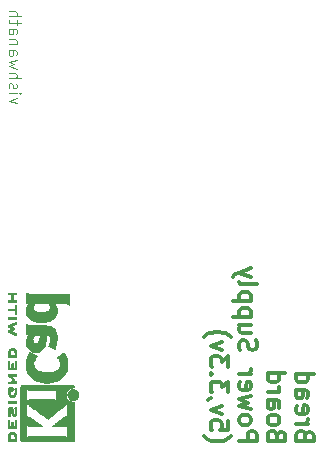
<source format=gbo>
%TF.GenerationSoftware,KiCad,Pcbnew,8.0.7*%
%TF.CreationDate,2025-02-08T15:19:53+05:30*%
%TF.ProjectId,Bread_Board_Power_supply,42726561-645f-4426-9f61-72645f506f77,rev?*%
%TF.SameCoordinates,Original*%
%TF.FileFunction,Legend,Bot*%
%TF.FilePolarity,Positive*%
%FSLAX46Y46*%
G04 Gerber Fmt 4.6, Leading zero omitted, Abs format (unit mm)*
G04 Created by KiCad (PCBNEW 8.0.7) date 2025-02-08 15:19:53*
%MOMM*%
%LPD*%
G01*
G04 APERTURE LIST*
%ADD10C,0.300000*%
%ADD11C,0.100000*%
%ADD12C,0.010000*%
G04 APERTURE END LIST*
D10*
X94843633Y-134073489D02*
X94772205Y-133859203D01*
X94772205Y-133859203D02*
X94700776Y-133787774D01*
X94700776Y-133787774D02*
X94557919Y-133716346D01*
X94557919Y-133716346D02*
X94343633Y-133716346D01*
X94343633Y-133716346D02*
X94200776Y-133787774D01*
X94200776Y-133787774D02*
X94129348Y-133859203D01*
X94129348Y-133859203D02*
X94057919Y-134002060D01*
X94057919Y-134002060D02*
X94057919Y-134573489D01*
X94057919Y-134573489D02*
X95557919Y-134573489D01*
X95557919Y-134573489D02*
X95557919Y-134073489D01*
X95557919Y-134073489D02*
X95486490Y-133930632D01*
X95486490Y-133930632D02*
X95415062Y-133859203D01*
X95415062Y-133859203D02*
X95272205Y-133787774D01*
X95272205Y-133787774D02*
X95129348Y-133787774D01*
X95129348Y-133787774D02*
X94986490Y-133859203D01*
X94986490Y-133859203D02*
X94915062Y-133930632D01*
X94915062Y-133930632D02*
X94843633Y-134073489D01*
X94843633Y-134073489D02*
X94843633Y-134573489D01*
X94057919Y-133073489D02*
X95057919Y-133073489D01*
X94772205Y-133073489D02*
X94915062Y-133002060D01*
X94915062Y-133002060D02*
X94986490Y-132930632D01*
X94986490Y-132930632D02*
X95057919Y-132787774D01*
X95057919Y-132787774D02*
X95057919Y-132644917D01*
X94129348Y-131573489D02*
X94057919Y-131716346D01*
X94057919Y-131716346D02*
X94057919Y-132002061D01*
X94057919Y-132002061D02*
X94129348Y-132144918D01*
X94129348Y-132144918D02*
X94272205Y-132216346D01*
X94272205Y-132216346D02*
X94843633Y-132216346D01*
X94843633Y-132216346D02*
X94986490Y-132144918D01*
X94986490Y-132144918D02*
X95057919Y-132002061D01*
X95057919Y-132002061D02*
X95057919Y-131716346D01*
X95057919Y-131716346D02*
X94986490Y-131573489D01*
X94986490Y-131573489D02*
X94843633Y-131502061D01*
X94843633Y-131502061D02*
X94700776Y-131502061D01*
X94700776Y-131502061D02*
X94557919Y-132216346D01*
X94057919Y-130216347D02*
X94843633Y-130216347D01*
X94843633Y-130216347D02*
X94986490Y-130287775D01*
X94986490Y-130287775D02*
X95057919Y-130430632D01*
X95057919Y-130430632D02*
X95057919Y-130716347D01*
X95057919Y-130716347D02*
X94986490Y-130859204D01*
X94129348Y-130216347D02*
X94057919Y-130359204D01*
X94057919Y-130359204D02*
X94057919Y-130716347D01*
X94057919Y-130716347D02*
X94129348Y-130859204D01*
X94129348Y-130859204D02*
X94272205Y-130930632D01*
X94272205Y-130930632D02*
X94415062Y-130930632D01*
X94415062Y-130930632D02*
X94557919Y-130859204D01*
X94557919Y-130859204D02*
X94629348Y-130716347D01*
X94629348Y-130716347D02*
X94629348Y-130359204D01*
X94629348Y-130359204D02*
X94700776Y-130216347D01*
X94057919Y-128859204D02*
X95557919Y-128859204D01*
X94129348Y-128859204D02*
X94057919Y-129002061D01*
X94057919Y-129002061D02*
X94057919Y-129287775D01*
X94057919Y-129287775D02*
X94129348Y-129430632D01*
X94129348Y-129430632D02*
X94200776Y-129502061D01*
X94200776Y-129502061D02*
X94343633Y-129573489D01*
X94343633Y-129573489D02*
X94772205Y-129573489D01*
X94772205Y-129573489D02*
X94915062Y-129502061D01*
X94915062Y-129502061D02*
X94986490Y-129430632D01*
X94986490Y-129430632D02*
X95057919Y-129287775D01*
X95057919Y-129287775D02*
X95057919Y-129002061D01*
X95057919Y-129002061D02*
X94986490Y-128859204D01*
X92428717Y-134073489D02*
X92357289Y-133859203D01*
X92357289Y-133859203D02*
X92285860Y-133787774D01*
X92285860Y-133787774D02*
X92143003Y-133716346D01*
X92143003Y-133716346D02*
X91928717Y-133716346D01*
X91928717Y-133716346D02*
X91785860Y-133787774D01*
X91785860Y-133787774D02*
X91714432Y-133859203D01*
X91714432Y-133859203D02*
X91643003Y-134002060D01*
X91643003Y-134002060D02*
X91643003Y-134573489D01*
X91643003Y-134573489D02*
X93143003Y-134573489D01*
X93143003Y-134573489D02*
X93143003Y-134073489D01*
X93143003Y-134073489D02*
X93071574Y-133930632D01*
X93071574Y-133930632D02*
X93000146Y-133859203D01*
X93000146Y-133859203D02*
X92857289Y-133787774D01*
X92857289Y-133787774D02*
X92714432Y-133787774D01*
X92714432Y-133787774D02*
X92571574Y-133859203D01*
X92571574Y-133859203D02*
X92500146Y-133930632D01*
X92500146Y-133930632D02*
X92428717Y-134073489D01*
X92428717Y-134073489D02*
X92428717Y-134573489D01*
X91643003Y-132859203D02*
X91714432Y-133002060D01*
X91714432Y-133002060D02*
X91785860Y-133073489D01*
X91785860Y-133073489D02*
X91928717Y-133144917D01*
X91928717Y-133144917D02*
X92357289Y-133144917D01*
X92357289Y-133144917D02*
X92500146Y-133073489D01*
X92500146Y-133073489D02*
X92571574Y-133002060D01*
X92571574Y-133002060D02*
X92643003Y-132859203D01*
X92643003Y-132859203D02*
X92643003Y-132644917D01*
X92643003Y-132644917D02*
X92571574Y-132502060D01*
X92571574Y-132502060D02*
X92500146Y-132430632D01*
X92500146Y-132430632D02*
X92357289Y-132359203D01*
X92357289Y-132359203D02*
X91928717Y-132359203D01*
X91928717Y-132359203D02*
X91785860Y-132430632D01*
X91785860Y-132430632D02*
X91714432Y-132502060D01*
X91714432Y-132502060D02*
X91643003Y-132644917D01*
X91643003Y-132644917D02*
X91643003Y-132859203D01*
X91643003Y-131073489D02*
X92428717Y-131073489D01*
X92428717Y-131073489D02*
X92571574Y-131144917D01*
X92571574Y-131144917D02*
X92643003Y-131287774D01*
X92643003Y-131287774D02*
X92643003Y-131573489D01*
X92643003Y-131573489D02*
X92571574Y-131716346D01*
X91714432Y-131073489D02*
X91643003Y-131216346D01*
X91643003Y-131216346D02*
X91643003Y-131573489D01*
X91643003Y-131573489D02*
X91714432Y-131716346D01*
X91714432Y-131716346D02*
X91857289Y-131787774D01*
X91857289Y-131787774D02*
X92000146Y-131787774D01*
X92000146Y-131787774D02*
X92143003Y-131716346D01*
X92143003Y-131716346D02*
X92214432Y-131573489D01*
X92214432Y-131573489D02*
X92214432Y-131216346D01*
X92214432Y-131216346D02*
X92285860Y-131073489D01*
X91643003Y-130359203D02*
X92643003Y-130359203D01*
X92357289Y-130359203D02*
X92500146Y-130287774D01*
X92500146Y-130287774D02*
X92571574Y-130216346D01*
X92571574Y-130216346D02*
X92643003Y-130073488D01*
X92643003Y-130073488D02*
X92643003Y-129930631D01*
X91643003Y-128787775D02*
X93143003Y-128787775D01*
X91714432Y-128787775D02*
X91643003Y-128930632D01*
X91643003Y-128930632D02*
X91643003Y-129216346D01*
X91643003Y-129216346D02*
X91714432Y-129359203D01*
X91714432Y-129359203D02*
X91785860Y-129430632D01*
X91785860Y-129430632D02*
X91928717Y-129502060D01*
X91928717Y-129502060D02*
X92357289Y-129502060D01*
X92357289Y-129502060D02*
X92500146Y-129430632D01*
X92500146Y-129430632D02*
X92571574Y-129359203D01*
X92571574Y-129359203D02*
X92643003Y-129216346D01*
X92643003Y-129216346D02*
X92643003Y-128930632D01*
X92643003Y-128930632D02*
X92571574Y-128787775D01*
X89228087Y-134573489D02*
X90728087Y-134573489D01*
X90728087Y-134573489D02*
X90728087Y-134002060D01*
X90728087Y-134002060D02*
X90656658Y-133859203D01*
X90656658Y-133859203D02*
X90585230Y-133787774D01*
X90585230Y-133787774D02*
X90442373Y-133716346D01*
X90442373Y-133716346D02*
X90228087Y-133716346D01*
X90228087Y-133716346D02*
X90085230Y-133787774D01*
X90085230Y-133787774D02*
X90013801Y-133859203D01*
X90013801Y-133859203D02*
X89942373Y-134002060D01*
X89942373Y-134002060D02*
X89942373Y-134573489D01*
X89228087Y-132859203D02*
X89299516Y-133002060D01*
X89299516Y-133002060D02*
X89370944Y-133073489D01*
X89370944Y-133073489D02*
X89513801Y-133144917D01*
X89513801Y-133144917D02*
X89942373Y-133144917D01*
X89942373Y-133144917D02*
X90085230Y-133073489D01*
X90085230Y-133073489D02*
X90156658Y-133002060D01*
X90156658Y-133002060D02*
X90228087Y-132859203D01*
X90228087Y-132859203D02*
X90228087Y-132644917D01*
X90228087Y-132644917D02*
X90156658Y-132502060D01*
X90156658Y-132502060D02*
X90085230Y-132430632D01*
X90085230Y-132430632D02*
X89942373Y-132359203D01*
X89942373Y-132359203D02*
X89513801Y-132359203D01*
X89513801Y-132359203D02*
X89370944Y-132430632D01*
X89370944Y-132430632D02*
X89299516Y-132502060D01*
X89299516Y-132502060D02*
X89228087Y-132644917D01*
X89228087Y-132644917D02*
X89228087Y-132859203D01*
X90228087Y-131859203D02*
X89228087Y-131573489D01*
X89228087Y-131573489D02*
X89942373Y-131287774D01*
X89942373Y-131287774D02*
X89228087Y-131002060D01*
X89228087Y-131002060D02*
X90228087Y-130716346D01*
X89299516Y-129573488D02*
X89228087Y-129716345D01*
X89228087Y-129716345D02*
X89228087Y-130002060D01*
X89228087Y-130002060D02*
X89299516Y-130144917D01*
X89299516Y-130144917D02*
X89442373Y-130216345D01*
X89442373Y-130216345D02*
X90013801Y-130216345D01*
X90013801Y-130216345D02*
X90156658Y-130144917D01*
X90156658Y-130144917D02*
X90228087Y-130002060D01*
X90228087Y-130002060D02*
X90228087Y-129716345D01*
X90228087Y-129716345D02*
X90156658Y-129573488D01*
X90156658Y-129573488D02*
X90013801Y-129502060D01*
X90013801Y-129502060D02*
X89870944Y-129502060D01*
X89870944Y-129502060D02*
X89728087Y-130216345D01*
X89228087Y-128859203D02*
X90228087Y-128859203D01*
X89942373Y-128859203D02*
X90085230Y-128787774D01*
X90085230Y-128787774D02*
X90156658Y-128716346D01*
X90156658Y-128716346D02*
X90228087Y-128573488D01*
X90228087Y-128573488D02*
X90228087Y-128430631D01*
X89299516Y-126859203D02*
X89228087Y-126644918D01*
X89228087Y-126644918D02*
X89228087Y-126287775D01*
X89228087Y-126287775D02*
X89299516Y-126144918D01*
X89299516Y-126144918D02*
X89370944Y-126073489D01*
X89370944Y-126073489D02*
X89513801Y-126002060D01*
X89513801Y-126002060D02*
X89656658Y-126002060D01*
X89656658Y-126002060D02*
X89799516Y-126073489D01*
X89799516Y-126073489D02*
X89870944Y-126144918D01*
X89870944Y-126144918D02*
X89942373Y-126287775D01*
X89942373Y-126287775D02*
X90013801Y-126573489D01*
X90013801Y-126573489D02*
X90085230Y-126716346D01*
X90085230Y-126716346D02*
X90156658Y-126787775D01*
X90156658Y-126787775D02*
X90299516Y-126859203D01*
X90299516Y-126859203D02*
X90442373Y-126859203D01*
X90442373Y-126859203D02*
X90585230Y-126787775D01*
X90585230Y-126787775D02*
X90656658Y-126716346D01*
X90656658Y-126716346D02*
X90728087Y-126573489D01*
X90728087Y-126573489D02*
X90728087Y-126216346D01*
X90728087Y-126216346D02*
X90656658Y-126002060D01*
X90228087Y-124716347D02*
X89228087Y-124716347D01*
X90228087Y-125359204D02*
X89442373Y-125359204D01*
X89442373Y-125359204D02*
X89299516Y-125287775D01*
X89299516Y-125287775D02*
X89228087Y-125144918D01*
X89228087Y-125144918D02*
X89228087Y-124930632D01*
X89228087Y-124930632D02*
X89299516Y-124787775D01*
X89299516Y-124787775D02*
X89370944Y-124716347D01*
X90228087Y-124002061D02*
X88728087Y-124002061D01*
X90156658Y-124002061D02*
X90228087Y-123859204D01*
X90228087Y-123859204D02*
X90228087Y-123573489D01*
X90228087Y-123573489D02*
X90156658Y-123430632D01*
X90156658Y-123430632D02*
X90085230Y-123359204D01*
X90085230Y-123359204D02*
X89942373Y-123287775D01*
X89942373Y-123287775D02*
X89513801Y-123287775D01*
X89513801Y-123287775D02*
X89370944Y-123359204D01*
X89370944Y-123359204D02*
X89299516Y-123430632D01*
X89299516Y-123430632D02*
X89228087Y-123573489D01*
X89228087Y-123573489D02*
X89228087Y-123859204D01*
X89228087Y-123859204D02*
X89299516Y-124002061D01*
X90228087Y-122644918D02*
X88728087Y-122644918D01*
X90156658Y-122644918D02*
X90228087Y-122502061D01*
X90228087Y-122502061D02*
X90228087Y-122216346D01*
X90228087Y-122216346D02*
X90156658Y-122073489D01*
X90156658Y-122073489D02*
X90085230Y-122002061D01*
X90085230Y-122002061D02*
X89942373Y-121930632D01*
X89942373Y-121930632D02*
X89513801Y-121930632D01*
X89513801Y-121930632D02*
X89370944Y-122002061D01*
X89370944Y-122002061D02*
X89299516Y-122073489D01*
X89299516Y-122073489D02*
X89228087Y-122216346D01*
X89228087Y-122216346D02*
X89228087Y-122502061D01*
X89228087Y-122502061D02*
X89299516Y-122644918D01*
X89228087Y-121073489D02*
X89299516Y-121216346D01*
X89299516Y-121216346D02*
X89442373Y-121287775D01*
X89442373Y-121287775D02*
X90728087Y-121287775D01*
X90228087Y-120644918D02*
X89228087Y-120287775D01*
X90228087Y-119930632D02*
X89228087Y-120287775D01*
X89228087Y-120287775D02*
X88870944Y-120430632D01*
X88870944Y-120430632D02*
X88799516Y-120502061D01*
X88799516Y-120502061D02*
X88728087Y-120644918D01*
X86241742Y-134144917D02*
X86313171Y-134216346D01*
X86313171Y-134216346D02*
X86527457Y-134359203D01*
X86527457Y-134359203D02*
X86670314Y-134430632D01*
X86670314Y-134430632D02*
X86884600Y-134502060D01*
X86884600Y-134502060D02*
X87241742Y-134573489D01*
X87241742Y-134573489D02*
X87527457Y-134573489D01*
X87527457Y-134573489D02*
X87884600Y-134502060D01*
X87884600Y-134502060D02*
X88098885Y-134430632D01*
X88098885Y-134430632D02*
X88241742Y-134359203D01*
X88241742Y-134359203D02*
X88456028Y-134216346D01*
X88456028Y-134216346D02*
X88527457Y-134144917D01*
X88313171Y-132859203D02*
X88313171Y-133573489D01*
X88313171Y-133573489D02*
X87598885Y-133644917D01*
X87598885Y-133644917D02*
X87670314Y-133573489D01*
X87670314Y-133573489D02*
X87741742Y-133430632D01*
X87741742Y-133430632D02*
X87741742Y-133073489D01*
X87741742Y-133073489D02*
X87670314Y-132930632D01*
X87670314Y-132930632D02*
X87598885Y-132859203D01*
X87598885Y-132859203D02*
X87456028Y-132787774D01*
X87456028Y-132787774D02*
X87098885Y-132787774D01*
X87098885Y-132787774D02*
X86956028Y-132859203D01*
X86956028Y-132859203D02*
X86884600Y-132930632D01*
X86884600Y-132930632D02*
X86813171Y-133073489D01*
X86813171Y-133073489D02*
X86813171Y-133430632D01*
X86813171Y-133430632D02*
X86884600Y-133573489D01*
X86884600Y-133573489D02*
X86956028Y-133644917D01*
X87813171Y-132287775D02*
X86813171Y-131930632D01*
X86813171Y-131930632D02*
X87813171Y-131573489D01*
X86884600Y-130930632D02*
X86813171Y-130930632D01*
X86813171Y-130930632D02*
X86670314Y-131002061D01*
X86670314Y-131002061D02*
X86598885Y-131073489D01*
X88313171Y-130430632D02*
X88313171Y-129502060D01*
X88313171Y-129502060D02*
X87741742Y-130002060D01*
X87741742Y-130002060D02*
X87741742Y-129787775D01*
X87741742Y-129787775D02*
X87670314Y-129644918D01*
X87670314Y-129644918D02*
X87598885Y-129573489D01*
X87598885Y-129573489D02*
X87456028Y-129502060D01*
X87456028Y-129502060D02*
X87098885Y-129502060D01*
X87098885Y-129502060D02*
X86956028Y-129573489D01*
X86956028Y-129573489D02*
X86884600Y-129644918D01*
X86884600Y-129644918D02*
X86813171Y-129787775D01*
X86813171Y-129787775D02*
X86813171Y-130216346D01*
X86813171Y-130216346D02*
X86884600Y-130359203D01*
X86884600Y-130359203D02*
X86956028Y-130430632D01*
X86956028Y-128859204D02*
X86884600Y-128787775D01*
X86884600Y-128787775D02*
X86813171Y-128859204D01*
X86813171Y-128859204D02*
X86884600Y-128930632D01*
X86884600Y-128930632D02*
X86956028Y-128859204D01*
X86956028Y-128859204D02*
X86813171Y-128859204D01*
X88313171Y-128287775D02*
X88313171Y-127359203D01*
X88313171Y-127359203D02*
X87741742Y-127859203D01*
X87741742Y-127859203D02*
X87741742Y-127644918D01*
X87741742Y-127644918D02*
X87670314Y-127502061D01*
X87670314Y-127502061D02*
X87598885Y-127430632D01*
X87598885Y-127430632D02*
X87456028Y-127359203D01*
X87456028Y-127359203D02*
X87098885Y-127359203D01*
X87098885Y-127359203D02*
X86956028Y-127430632D01*
X86956028Y-127430632D02*
X86884600Y-127502061D01*
X86884600Y-127502061D02*
X86813171Y-127644918D01*
X86813171Y-127644918D02*
X86813171Y-128073489D01*
X86813171Y-128073489D02*
X86884600Y-128216346D01*
X86884600Y-128216346D02*
X86956028Y-128287775D01*
X87813171Y-126859204D02*
X86813171Y-126502061D01*
X86813171Y-126502061D02*
X87813171Y-126144918D01*
X86241742Y-125716347D02*
X86313171Y-125644918D01*
X86313171Y-125644918D02*
X86527457Y-125502061D01*
X86527457Y-125502061D02*
X86670314Y-125430633D01*
X86670314Y-125430633D02*
X86884600Y-125359204D01*
X86884600Y-125359204D02*
X87241742Y-125287775D01*
X87241742Y-125287775D02*
X87527457Y-125287775D01*
X87527457Y-125287775D02*
X87884600Y-125359204D01*
X87884600Y-125359204D02*
X88098885Y-125430633D01*
X88098885Y-125430633D02*
X88241742Y-125502061D01*
X88241742Y-125502061D02*
X88456028Y-125644918D01*
X88456028Y-125644918D02*
X88527457Y-125716347D01*
D11*
X70390247Y-105963353D02*
X69723580Y-105725258D01*
X69723580Y-105725258D02*
X70390247Y-105487163D01*
X69723580Y-105106210D02*
X70390247Y-105106210D01*
X70723580Y-105106210D02*
X70675961Y-105153829D01*
X70675961Y-105153829D02*
X70628342Y-105106210D01*
X70628342Y-105106210D02*
X70675961Y-105058591D01*
X70675961Y-105058591D02*
X70723580Y-105106210D01*
X70723580Y-105106210D02*
X70628342Y-105106210D01*
X69771200Y-104677639D02*
X69723580Y-104582401D01*
X69723580Y-104582401D02*
X69723580Y-104391925D01*
X69723580Y-104391925D02*
X69771200Y-104296687D01*
X69771200Y-104296687D02*
X69866438Y-104249068D01*
X69866438Y-104249068D02*
X69914057Y-104249068D01*
X69914057Y-104249068D02*
X70009295Y-104296687D01*
X70009295Y-104296687D02*
X70056914Y-104391925D01*
X70056914Y-104391925D02*
X70056914Y-104534782D01*
X70056914Y-104534782D02*
X70104533Y-104630020D01*
X70104533Y-104630020D02*
X70199771Y-104677639D01*
X70199771Y-104677639D02*
X70247390Y-104677639D01*
X70247390Y-104677639D02*
X70342628Y-104630020D01*
X70342628Y-104630020D02*
X70390247Y-104534782D01*
X70390247Y-104534782D02*
X70390247Y-104391925D01*
X70390247Y-104391925D02*
X70342628Y-104296687D01*
X69723580Y-103820496D02*
X70723580Y-103820496D01*
X69723580Y-103391925D02*
X70247390Y-103391925D01*
X70247390Y-103391925D02*
X70342628Y-103439544D01*
X70342628Y-103439544D02*
X70390247Y-103534782D01*
X70390247Y-103534782D02*
X70390247Y-103677639D01*
X70390247Y-103677639D02*
X70342628Y-103772877D01*
X70342628Y-103772877D02*
X70295009Y-103820496D01*
X70390247Y-103010972D02*
X69723580Y-102820496D01*
X69723580Y-102820496D02*
X70199771Y-102630020D01*
X70199771Y-102630020D02*
X69723580Y-102439544D01*
X69723580Y-102439544D02*
X70390247Y-102249068D01*
X69723580Y-101439544D02*
X70247390Y-101439544D01*
X70247390Y-101439544D02*
X70342628Y-101487163D01*
X70342628Y-101487163D02*
X70390247Y-101582401D01*
X70390247Y-101582401D02*
X70390247Y-101772877D01*
X70390247Y-101772877D02*
X70342628Y-101868115D01*
X69771200Y-101439544D02*
X69723580Y-101534782D01*
X69723580Y-101534782D02*
X69723580Y-101772877D01*
X69723580Y-101772877D02*
X69771200Y-101868115D01*
X69771200Y-101868115D02*
X69866438Y-101915734D01*
X69866438Y-101915734D02*
X69961676Y-101915734D01*
X69961676Y-101915734D02*
X70056914Y-101868115D01*
X70056914Y-101868115D02*
X70104533Y-101772877D01*
X70104533Y-101772877D02*
X70104533Y-101534782D01*
X70104533Y-101534782D02*
X70152152Y-101439544D01*
X70390247Y-100963353D02*
X69723580Y-100963353D01*
X70295009Y-100963353D02*
X70342628Y-100915734D01*
X70342628Y-100915734D02*
X70390247Y-100820496D01*
X70390247Y-100820496D02*
X70390247Y-100677639D01*
X70390247Y-100677639D02*
X70342628Y-100582401D01*
X70342628Y-100582401D02*
X70247390Y-100534782D01*
X70247390Y-100534782D02*
X69723580Y-100534782D01*
X69723580Y-99630020D02*
X70247390Y-99630020D01*
X70247390Y-99630020D02*
X70342628Y-99677639D01*
X70342628Y-99677639D02*
X70390247Y-99772877D01*
X70390247Y-99772877D02*
X70390247Y-99963353D01*
X70390247Y-99963353D02*
X70342628Y-100058591D01*
X69771200Y-99630020D02*
X69723580Y-99725258D01*
X69723580Y-99725258D02*
X69723580Y-99963353D01*
X69723580Y-99963353D02*
X69771200Y-100058591D01*
X69771200Y-100058591D02*
X69866438Y-100106210D01*
X69866438Y-100106210D02*
X69961676Y-100106210D01*
X69961676Y-100106210D02*
X70056914Y-100058591D01*
X70056914Y-100058591D02*
X70104533Y-99963353D01*
X70104533Y-99963353D02*
X70104533Y-99725258D01*
X70104533Y-99725258D02*
X70152152Y-99630020D01*
X70390247Y-99296686D02*
X70390247Y-98915734D01*
X70723580Y-99153829D02*
X69866438Y-99153829D01*
X69866438Y-99153829D02*
X69771200Y-99106210D01*
X69771200Y-99106210D02*
X69723580Y-99010972D01*
X69723580Y-99010972D02*
X69723580Y-98915734D01*
X69723580Y-98582400D02*
X70723580Y-98582400D01*
X69723580Y-98153829D02*
X70247390Y-98153829D01*
X70247390Y-98153829D02*
X70342628Y-98201448D01*
X70342628Y-98201448D02*
X70390247Y-98296686D01*
X70390247Y-98296686D02*
X70390247Y-98439543D01*
X70390247Y-98439543D02*
X70342628Y-98534781D01*
X70342628Y-98534781D02*
X70295009Y-98582400D01*
D12*
%TO.C,REF\u002A\u002A*%
X70353353Y-124057673D02*
X70368123Y-124081386D01*
X70374933Y-124104400D01*
X70369051Y-124125406D01*
X70353353Y-124151127D01*
X70331773Y-124177778D01*
X69684316Y-124177778D01*
X69662736Y-124151127D01*
X69645261Y-124119767D01*
X69644425Y-124083966D01*
X69664918Y-124052528D01*
X69669584Y-124048652D01*
X69679051Y-124043186D01*
X69692733Y-124038979D01*
X69713252Y-124035867D01*
X69743232Y-124033687D01*
X69785296Y-124032276D01*
X69842068Y-124031471D01*
X69916170Y-124031107D01*
X70010227Y-124031022D01*
X70331773Y-124031022D01*
X70353353Y-124057673D01*
G36*
X70353353Y-124057673D02*
G01*
X70368123Y-124081386D01*
X70374933Y-124104400D01*
X70369051Y-124125406D01*
X70353353Y-124151127D01*
X70331773Y-124177778D01*
X69684316Y-124177778D01*
X69662736Y-124151127D01*
X69645261Y-124119767D01*
X69644425Y-124083966D01*
X69664918Y-124052528D01*
X69669584Y-124048652D01*
X69679051Y-124043186D01*
X69692733Y-124038979D01*
X69713252Y-124035867D01*
X69743232Y-124033687D01*
X69785296Y-124032276D01*
X69842068Y-124031471D01*
X69916170Y-124031107D01*
X70010227Y-124031022D01*
X70331773Y-124031022D01*
X70353353Y-124057673D01*
G37*
X70083706Y-131171284D02*
X70161615Y-131171539D01*
X70221625Y-131172183D01*
X70266352Y-131173387D01*
X70298415Y-131175324D01*
X70320429Y-131178164D01*
X70335013Y-131182079D01*
X70344782Y-131187242D01*
X70352355Y-131193822D01*
X70371377Y-131223006D01*
X70370537Y-131256137D01*
X70347224Y-131290291D01*
X70319515Y-131318000D01*
X70006463Y-131318000D01*
X69922433Y-131317959D01*
X69848211Y-131317701D01*
X69791459Y-131317030D01*
X69749488Y-131315752D01*
X69719611Y-131313673D01*
X69699139Y-131310599D01*
X69685386Y-131306334D01*
X69675663Y-131300684D01*
X69667283Y-131293455D01*
X69645819Y-131261991D01*
X69644053Y-131226826D01*
X69663733Y-131193822D01*
X69669602Y-131188516D01*
X69678686Y-131183066D01*
X69692027Y-131178900D01*
X69712243Y-131175846D01*
X69741951Y-131173732D01*
X69783768Y-131172386D01*
X69840311Y-131171638D01*
X69914198Y-131171314D01*
X70008044Y-131171245D01*
X70083706Y-131171284D01*
G36*
X70083706Y-131171284D02*
G01*
X70161615Y-131171539D01*
X70221625Y-131172183D01*
X70266352Y-131173387D01*
X70298415Y-131175324D01*
X70320429Y-131178164D01*
X70335013Y-131182079D01*
X70344782Y-131187242D01*
X70352355Y-131193822D01*
X70371377Y-131223006D01*
X70370537Y-131256137D01*
X70347224Y-131290291D01*
X70319515Y-131318000D01*
X70006463Y-131318000D01*
X69922433Y-131317959D01*
X69848211Y-131317701D01*
X69791459Y-131317030D01*
X69749488Y-131315752D01*
X69719611Y-131313673D01*
X69699139Y-131310599D01*
X69685386Y-131306334D01*
X69675663Y-131300684D01*
X69667283Y-131293455D01*
X69645819Y-131261991D01*
X69644053Y-131226826D01*
X69663733Y-131193822D01*
X69669602Y-131188516D01*
X69678686Y-131183066D01*
X69692027Y-131178900D01*
X69712243Y-131175846D01*
X69741951Y-131173732D01*
X69783768Y-131172386D01*
X69840311Y-131171638D01*
X69914198Y-131171314D01*
X70008044Y-131171245D01*
X70083706Y-131171284D01*
G37*
X75230470Y-130153136D02*
X75326780Y-130179399D01*
X75415506Y-130224418D01*
X75490581Y-130285373D01*
X75550359Y-130360184D01*
X75593191Y-130446768D01*
X75617429Y-130543043D01*
X75621424Y-130646928D01*
X75611150Y-130724562D01*
X75583947Y-130807313D01*
X75538516Y-130882406D01*
X75472698Y-130954298D01*
X75428433Y-130992846D01*
X75370039Y-131032256D01*
X75309414Y-131057446D01*
X75240135Y-131070861D01*
X75155778Y-131074948D01*
X75109693Y-131074669D01*
X75068550Y-131072460D01*
X75036418Y-131066894D01*
X75005878Y-131056586D01*
X74969511Y-131040148D01*
X74942272Y-131026200D01*
X74856571Y-130967665D01*
X74787383Y-130895619D01*
X74736259Y-130811947D01*
X74704750Y-130718531D01*
X74697775Y-130685434D01*
X74690906Y-130644960D01*
X74689081Y-130611999D01*
X74692053Y-130577698D01*
X74699574Y-130533200D01*
X74711998Y-130481934D01*
X74749888Y-130391434D01*
X74804164Y-130312345D01*
X74872230Y-130246528D01*
X74951489Y-130195840D01*
X75039346Y-130162140D01*
X75133205Y-130147286D01*
X75230470Y-130153136D01*
G36*
X75230470Y-130153136D02*
G01*
X75326780Y-130179399D01*
X75415506Y-130224418D01*
X75490581Y-130285373D01*
X75550359Y-130360184D01*
X75593191Y-130446768D01*
X75617429Y-130543043D01*
X75621424Y-130646928D01*
X75611150Y-130724562D01*
X75583947Y-130807313D01*
X75538516Y-130882406D01*
X75472698Y-130954298D01*
X75428433Y-130992846D01*
X75370039Y-131032256D01*
X75309414Y-131057446D01*
X75240135Y-131070861D01*
X75155778Y-131074948D01*
X75109693Y-131074669D01*
X75068550Y-131072460D01*
X75036418Y-131066894D01*
X75005878Y-131056586D01*
X74969511Y-131040148D01*
X74942272Y-131026200D01*
X74856571Y-130967665D01*
X74787383Y-130895619D01*
X74736259Y-130811947D01*
X74704750Y-130718531D01*
X74697775Y-130685434D01*
X74690906Y-130644960D01*
X74689081Y-130611999D01*
X74692053Y-130577698D01*
X74699574Y-130533200D01*
X74711998Y-130481934D01*
X74749888Y-130391434D01*
X74804164Y-130312345D01*
X74872230Y-130246528D01*
X74951489Y-130195840D01*
X75039346Y-130162140D01*
X75133205Y-130147286D01*
X75230470Y-130153136D01*
G37*
X70322642Y-123008543D02*
X70355178Y-123034187D01*
X70358895Y-123039129D01*
X70363731Y-123049338D01*
X70367494Y-123064764D01*
X70370317Y-123087886D01*
X70372330Y-123121183D01*
X70373667Y-123167137D01*
X70374458Y-123228228D01*
X70374837Y-123306935D01*
X70374933Y-123405740D01*
X70374932Y-123425767D01*
X70374842Y-123519890D01*
X70374502Y-123594405D01*
X70373761Y-123651811D01*
X70372465Y-123694611D01*
X70370463Y-123725304D01*
X70367604Y-123746391D01*
X70363734Y-123760373D01*
X70358702Y-123769750D01*
X70352355Y-123777022D01*
X70319638Y-123795828D01*
X70282061Y-123797275D01*
X70248822Y-123780917D01*
X70247369Y-123779557D01*
X70239008Y-123768354D01*
X70233453Y-123751252D01*
X70230160Y-123724082D01*
X70228582Y-123682678D01*
X70228178Y-123622873D01*
X70228178Y-123483511D01*
X69964411Y-123483511D01*
X69888583Y-123483436D01*
X69821917Y-123483028D01*
X69772133Y-123482046D01*
X69736216Y-123480250D01*
X69711150Y-123477399D01*
X69693919Y-123473253D01*
X69681508Y-123467571D01*
X69670900Y-123460114D01*
X69668094Y-123457824D01*
X69645452Y-123426646D01*
X69643888Y-123392266D01*
X69663733Y-123359334D01*
X69671809Y-123352355D01*
X69682407Y-123346883D01*
X69698251Y-123342863D01*
X69722227Y-123340072D01*
X69757226Y-123338288D01*
X69806136Y-123337289D01*
X69871846Y-123336852D01*
X69957244Y-123336756D01*
X70228178Y-123336756D01*
X70228178Y-123190820D01*
X70228179Y-123179720D01*
X70228404Y-123123202D01*
X70229543Y-123084358D01*
X70232343Y-123058965D01*
X70237550Y-123042804D01*
X70245911Y-123031652D01*
X70258174Y-123021289D01*
X70288862Y-123005441D01*
X70322642Y-123008543D01*
G36*
X70322642Y-123008543D02*
G01*
X70355178Y-123034187D01*
X70358895Y-123039129D01*
X70363731Y-123049338D01*
X70367494Y-123064764D01*
X70370317Y-123087886D01*
X70372330Y-123121183D01*
X70373667Y-123167137D01*
X70374458Y-123228228D01*
X70374837Y-123306935D01*
X70374933Y-123405740D01*
X70374932Y-123425767D01*
X70374842Y-123519890D01*
X70374502Y-123594405D01*
X70373761Y-123651811D01*
X70372465Y-123694611D01*
X70370463Y-123725304D01*
X70367604Y-123746391D01*
X70363734Y-123760373D01*
X70358702Y-123769750D01*
X70352355Y-123777022D01*
X70319638Y-123795828D01*
X70282061Y-123797275D01*
X70248822Y-123780917D01*
X70247369Y-123779557D01*
X70239008Y-123768354D01*
X70233453Y-123751252D01*
X70230160Y-123724082D01*
X70228582Y-123682678D01*
X70228178Y-123622873D01*
X70228178Y-123483511D01*
X69964411Y-123483511D01*
X69888583Y-123483436D01*
X69821917Y-123483028D01*
X69772133Y-123482046D01*
X69736216Y-123480250D01*
X69711150Y-123477399D01*
X69693919Y-123473253D01*
X69681508Y-123467571D01*
X69670900Y-123460114D01*
X69668094Y-123457824D01*
X69645452Y-123426646D01*
X69643888Y-123392266D01*
X69663733Y-123359334D01*
X69671809Y-123352355D01*
X69682407Y-123346883D01*
X69698251Y-123342863D01*
X69722227Y-123340072D01*
X69757226Y-123338288D01*
X69806136Y-123337289D01*
X69871846Y-123336852D01*
X69957244Y-123336756D01*
X70228178Y-123336756D01*
X70228178Y-123190820D01*
X70228179Y-123179720D01*
X70228404Y-123123202D01*
X70229543Y-123084358D01*
X70232343Y-123058965D01*
X70237550Y-123042804D01*
X70245911Y-123031652D01*
X70258174Y-123021289D01*
X70288862Y-123005441D01*
X70322642Y-123008543D01*
G37*
X70347224Y-122009798D02*
X70369467Y-122041177D01*
X70372156Y-122074406D01*
X70352355Y-122106267D01*
X70342585Y-122114553D01*
X70326693Y-122121965D01*
X70302725Y-122126302D01*
X70265852Y-122128338D01*
X70211244Y-122128845D01*
X70092711Y-122128845D01*
X70092711Y-122625556D01*
X70208224Y-122625556D01*
X70259922Y-122625994D01*
X70294446Y-122627958D01*
X70317022Y-122632474D01*
X70332874Y-122640567D01*
X70347224Y-122653265D01*
X70369467Y-122684643D01*
X70372156Y-122717872D01*
X70352355Y-122749734D01*
X70346165Y-122755366D01*
X70337959Y-122760456D01*
X70326183Y-122764543D01*
X70308724Y-122767721D01*
X70283470Y-122770087D01*
X70248310Y-122771738D01*
X70201131Y-122772769D01*
X70139823Y-122773277D01*
X70062273Y-122773359D01*
X69966369Y-122773109D01*
X69850000Y-122772625D01*
X69835825Y-122772557D01*
X69774063Y-122771971D01*
X69730380Y-122770648D01*
X69700999Y-122768103D01*
X69682145Y-122763848D01*
X69670041Y-122757396D01*
X69660911Y-122748262D01*
X69643494Y-122714804D01*
X69646396Y-122679856D01*
X69670900Y-122648953D01*
X69684103Y-122639944D01*
X69702639Y-122632492D01*
X69728667Y-122628124D01*
X69767213Y-122626069D01*
X69823300Y-122625556D01*
X69945955Y-122625556D01*
X69945955Y-122128845D01*
X69811129Y-122128845D01*
X69775338Y-122128772D01*
X69729008Y-122128009D01*
X69698474Y-122125833D01*
X69679443Y-122121536D01*
X69667626Y-122114412D01*
X69658729Y-122103755D01*
X69643659Y-122071504D01*
X69646327Y-122036217D01*
X69670900Y-122005486D01*
X69677155Y-122000831D01*
X69687679Y-121994895D01*
X69701609Y-121990364D01*
X69721683Y-121987048D01*
X69750640Y-121984759D01*
X69791220Y-121983308D01*
X69846160Y-121982505D01*
X69918201Y-121982162D01*
X70010080Y-121982089D01*
X70319515Y-121982089D01*
X70347224Y-122009798D01*
G36*
X70347224Y-122009798D02*
G01*
X70369467Y-122041177D01*
X70372156Y-122074406D01*
X70352355Y-122106267D01*
X70342585Y-122114553D01*
X70326693Y-122121965D01*
X70302725Y-122126302D01*
X70265852Y-122128338D01*
X70211244Y-122128845D01*
X70092711Y-122128845D01*
X70092711Y-122625556D01*
X70208224Y-122625556D01*
X70259922Y-122625994D01*
X70294446Y-122627958D01*
X70317022Y-122632474D01*
X70332874Y-122640567D01*
X70347224Y-122653265D01*
X70369467Y-122684643D01*
X70372156Y-122717872D01*
X70352355Y-122749734D01*
X70346165Y-122755366D01*
X70337959Y-122760456D01*
X70326183Y-122764543D01*
X70308724Y-122767721D01*
X70283470Y-122770087D01*
X70248310Y-122771738D01*
X70201131Y-122772769D01*
X70139823Y-122773277D01*
X70062273Y-122773359D01*
X69966369Y-122773109D01*
X69850000Y-122772625D01*
X69835825Y-122772557D01*
X69774063Y-122771971D01*
X69730380Y-122770648D01*
X69700999Y-122768103D01*
X69682145Y-122763848D01*
X69670041Y-122757396D01*
X69660911Y-122748262D01*
X69643494Y-122714804D01*
X69646396Y-122679856D01*
X69670900Y-122648953D01*
X69684103Y-122639944D01*
X69702639Y-122632492D01*
X69728667Y-122628124D01*
X69767213Y-122626069D01*
X69823300Y-122625556D01*
X69945955Y-122625556D01*
X69945955Y-122128845D01*
X69811129Y-122128845D01*
X69775338Y-122128772D01*
X69729008Y-122128009D01*
X69698474Y-122125833D01*
X69679443Y-122121536D01*
X69667626Y-122114412D01*
X69658729Y-122103755D01*
X69643659Y-122071504D01*
X69646327Y-122036217D01*
X69670900Y-122005486D01*
X69677155Y-122000831D01*
X69687679Y-121994895D01*
X69701609Y-121990364D01*
X69721683Y-121987048D01*
X69750640Y-121984759D01*
X69791220Y-121983308D01*
X69846160Y-121982505D01*
X69918201Y-121982162D01*
X70010080Y-121982089D01*
X70319515Y-121982089D01*
X70347224Y-122009798D01*
G37*
X70066517Y-126665399D02*
X70128649Y-126689541D01*
X70130342Y-126690337D01*
X70199764Y-126730788D01*
X70256362Y-126781473D01*
X70300930Y-126844198D01*
X70334259Y-126920774D01*
X70357139Y-127013009D01*
X70370364Y-127122712D01*
X70374725Y-127251691D01*
X70374730Y-127255263D01*
X70374590Y-127315283D01*
X70373554Y-127357214D01*
X70370960Y-127385328D01*
X70366147Y-127403897D01*
X70358456Y-127417194D01*
X70347224Y-127429491D01*
X70319515Y-127457200D01*
X70010080Y-127457200D01*
X69948474Y-127457175D01*
X69869689Y-127456950D01*
X69808979Y-127456332D01*
X69787911Y-127455775D01*
X69763604Y-127455133D01*
X69730825Y-127453163D01*
X69707905Y-127450235D01*
X69692103Y-127446158D01*
X69680681Y-127440743D01*
X69670900Y-127433803D01*
X69641155Y-127410406D01*
X69641749Y-127244714D01*
X69642047Y-127209918D01*
X69642209Y-127205274D01*
X69787911Y-127205274D01*
X69787911Y-127299156D01*
X70228178Y-127299156D01*
X70227730Y-127211667D01*
X70225254Y-127144747D01*
X70214002Y-127052349D01*
X70194463Y-126973034D01*
X70167489Y-126911060D01*
X70146760Y-126880120D01*
X70116994Y-126852000D01*
X70074566Y-126828660D01*
X70058600Y-126821533D01*
X70026098Y-126809709D01*
X70001667Y-126807279D01*
X69976939Y-126812892D01*
X69961061Y-126818618D01*
X69901153Y-126851548D01*
X69855400Y-126898886D01*
X69822264Y-126962652D01*
X69800210Y-127044861D01*
X69799708Y-127047655D01*
X69793745Y-127093940D01*
X69789517Y-127150336D01*
X69787911Y-127205274D01*
X69642209Y-127205274D01*
X69645478Y-127111435D01*
X69653161Y-127030473D01*
X69665718Y-126963379D01*
X69683773Y-126906496D01*
X69707948Y-126856169D01*
X69709865Y-126852810D01*
X69746583Y-126794998D01*
X69783549Y-126752644D01*
X69827034Y-126719828D01*
X69883311Y-126690628D01*
X69892927Y-126686346D01*
X69956113Y-126663769D01*
X70011491Y-126656797D01*
X70066517Y-126665399D01*
G36*
X70066517Y-126665399D02*
G01*
X70128649Y-126689541D01*
X70130342Y-126690337D01*
X70199764Y-126730788D01*
X70256362Y-126781473D01*
X70300930Y-126844198D01*
X70334259Y-126920774D01*
X70357139Y-127013009D01*
X70370364Y-127122712D01*
X70374725Y-127251691D01*
X70374730Y-127255263D01*
X70374590Y-127315283D01*
X70373554Y-127357214D01*
X70370960Y-127385328D01*
X70366147Y-127403897D01*
X70358456Y-127417194D01*
X70347224Y-127429491D01*
X70319515Y-127457200D01*
X70010080Y-127457200D01*
X69948474Y-127457175D01*
X69869689Y-127456950D01*
X69808979Y-127456332D01*
X69787911Y-127455775D01*
X69763604Y-127455133D01*
X69730825Y-127453163D01*
X69707905Y-127450235D01*
X69692103Y-127446158D01*
X69680681Y-127440743D01*
X69670900Y-127433803D01*
X69641155Y-127410406D01*
X69641749Y-127244714D01*
X69642047Y-127209918D01*
X69642209Y-127205274D01*
X69787911Y-127205274D01*
X69787911Y-127299156D01*
X70228178Y-127299156D01*
X70227730Y-127211667D01*
X70225254Y-127144747D01*
X70214002Y-127052349D01*
X70194463Y-126973034D01*
X70167489Y-126911060D01*
X70146760Y-126880120D01*
X70116994Y-126852000D01*
X70074566Y-126828660D01*
X70058600Y-126821533D01*
X70026098Y-126809709D01*
X70001667Y-126807279D01*
X69976939Y-126812892D01*
X69961061Y-126818618D01*
X69901153Y-126851548D01*
X69855400Y-126898886D01*
X69822264Y-126962652D01*
X69800210Y-127044861D01*
X69799708Y-127047655D01*
X69793745Y-127093940D01*
X69789517Y-127150336D01*
X69787911Y-127205274D01*
X69642209Y-127205274D01*
X69645478Y-127111435D01*
X69653161Y-127030473D01*
X69665718Y-126963379D01*
X69683773Y-126906496D01*
X69707948Y-126856169D01*
X69709865Y-126852810D01*
X69746583Y-126794998D01*
X69783549Y-126752644D01*
X69827034Y-126719828D01*
X69883311Y-126690628D01*
X69892927Y-126686346D01*
X69956113Y-126663769D01*
X70011491Y-126656797D01*
X70066517Y-126665399D01*
G37*
X70029261Y-133757679D02*
X70086677Y-133769991D01*
X70146587Y-133792520D01*
X70200637Y-133821750D01*
X70240468Y-133854167D01*
X70257490Y-133873708D01*
X70296678Y-133928420D01*
X70326807Y-133988723D01*
X70348768Y-134057919D01*
X70363450Y-134139311D01*
X70371741Y-134236200D01*
X70374533Y-134351889D01*
X70374934Y-134391371D01*
X70375347Y-134437082D01*
X70373543Y-134472883D01*
X70367261Y-134499974D01*
X70354241Y-134519556D01*
X70332222Y-134532830D01*
X70298945Y-134540998D01*
X70252149Y-134545260D01*
X70228178Y-134545857D01*
X70189573Y-134546817D01*
X70108959Y-134546870D01*
X70008044Y-134546622D01*
X69932383Y-134546583D01*
X69854474Y-134546328D01*
X69794464Y-134545684D01*
X69749736Y-134544480D01*
X69717674Y-134542543D01*
X69695660Y-134539703D01*
X69681076Y-134535788D01*
X69671306Y-134530626D01*
X69663733Y-134524045D01*
X69657499Y-134517077D01*
X69650199Y-134504079D01*
X69645446Y-134484931D01*
X69642708Y-134455528D01*
X69641455Y-134411762D01*
X69641398Y-134399867D01*
X69787911Y-134399867D01*
X70228178Y-134399867D01*
X70228192Y-134323667D01*
X70228183Y-134320639D01*
X70226218Y-134269519D01*
X70221493Y-134209416D01*
X70214965Y-134152708D01*
X70205669Y-134102750D01*
X70179400Y-134027998D01*
X70140101Y-133970489D01*
X70087067Y-133928988D01*
X70035800Y-133907771D01*
X69987974Y-133906353D01*
X69937039Y-133924635D01*
X69891122Y-133954305D01*
X69848713Y-134001002D01*
X69818910Y-134062392D01*
X69799774Y-134141538D01*
X69799536Y-134143028D01*
X69793744Y-134191999D01*
X69789604Y-134250693D01*
X69787996Y-134306734D01*
X69787911Y-134399867D01*
X69641398Y-134399867D01*
X69641155Y-134349528D01*
X69641531Y-134300582D01*
X69645959Y-134193722D01*
X69656047Y-134104494D01*
X69672635Y-134029696D01*
X69696565Y-133966125D01*
X69728679Y-133910579D01*
X69769818Y-133859854D01*
X69775670Y-133853866D01*
X69824179Y-133816999D01*
X69884987Y-133785899D01*
X69949231Y-133764417D01*
X70008044Y-133756400D01*
X70029261Y-133757679D01*
G36*
X70029261Y-133757679D02*
G01*
X70086677Y-133769991D01*
X70146587Y-133792520D01*
X70200637Y-133821750D01*
X70240468Y-133854167D01*
X70257490Y-133873708D01*
X70296678Y-133928420D01*
X70326807Y-133988723D01*
X70348768Y-134057919D01*
X70363450Y-134139311D01*
X70371741Y-134236200D01*
X70374533Y-134351889D01*
X70374934Y-134391371D01*
X70375347Y-134437082D01*
X70373543Y-134472883D01*
X70367261Y-134499974D01*
X70354241Y-134519556D01*
X70332222Y-134532830D01*
X70298945Y-134540998D01*
X70252149Y-134545260D01*
X70228178Y-134545857D01*
X70189573Y-134546817D01*
X70108959Y-134546870D01*
X70008044Y-134546622D01*
X69932383Y-134546583D01*
X69854474Y-134546328D01*
X69794464Y-134545684D01*
X69749736Y-134544480D01*
X69717674Y-134542543D01*
X69695660Y-134539703D01*
X69681076Y-134535788D01*
X69671306Y-134530626D01*
X69663733Y-134524045D01*
X69657499Y-134517077D01*
X69650199Y-134504079D01*
X69645446Y-134484931D01*
X69642708Y-134455528D01*
X69641455Y-134411762D01*
X69641398Y-134399867D01*
X69787911Y-134399867D01*
X70228178Y-134399867D01*
X70228192Y-134323667D01*
X70228183Y-134320639D01*
X70226218Y-134269519D01*
X70221493Y-134209416D01*
X70214965Y-134152708D01*
X70205669Y-134102750D01*
X70179400Y-134027998D01*
X70140101Y-133970489D01*
X70087067Y-133928988D01*
X70035800Y-133907771D01*
X69987974Y-133906353D01*
X69937039Y-133924635D01*
X69891122Y-133954305D01*
X69848713Y-134001002D01*
X69818910Y-134062392D01*
X69799774Y-134141538D01*
X69799536Y-134143028D01*
X69793744Y-134191999D01*
X69789604Y-134250693D01*
X69787996Y-134306734D01*
X69787911Y-134399867D01*
X69641398Y-134399867D01*
X69641155Y-134349528D01*
X69641531Y-134300582D01*
X69645959Y-134193722D01*
X69656047Y-134104494D01*
X69672635Y-134029696D01*
X69696565Y-133966125D01*
X69728679Y-133910579D01*
X69769818Y-133859854D01*
X69775670Y-133853866D01*
X69824179Y-133816999D01*
X69884987Y-133785899D01*
X69949231Y-133764417D01*
X70008044Y-133756400D01*
X70029261Y-133757679D01*
G37*
X69924221Y-128858435D02*
X70016849Y-128859352D01*
X70331801Y-128862667D01*
X70353367Y-128889318D01*
X70369559Y-128915383D01*
X70372330Y-128948241D01*
X70353377Y-128982772D01*
X70349792Y-128987084D01*
X70341263Y-128995216D01*
X70329671Y-129001245D01*
X70311765Y-129005606D01*
X70284294Y-129008734D01*
X70244006Y-129011063D01*
X70187649Y-129013029D01*
X70111971Y-129015067D01*
X69892122Y-129020711D01*
X70055916Y-129201334D01*
X70134549Y-129288072D01*
X70202942Y-129363843D01*
X70258292Y-129425980D01*
X70301662Y-129476078D01*
X70334119Y-129515735D01*
X70356727Y-129546548D01*
X70370552Y-129570114D01*
X70376657Y-129588030D01*
X70376108Y-129601893D01*
X70369971Y-129613301D01*
X70359309Y-129623850D01*
X70345189Y-129635136D01*
X70339228Y-129639589D01*
X70328732Y-129645588D01*
X70314907Y-129650167D01*
X70295002Y-129653519D01*
X70266268Y-129655833D01*
X70225955Y-129657301D01*
X70171313Y-129658113D01*
X70099593Y-129658460D01*
X70008044Y-129658534D01*
X69949514Y-129658511D01*
X69870427Y-129658292D01*
X69809484Y-129657683D01*
X69763938Y-129656492D01*
X69731037Y-129654529D01*
X69708032Y-129651603D01*
X69692174Y-129647523D01*
X69680714Y-129642097D01*
X69670900Y-129635136D01*
X69646507Y-129604708D01*
X69643628Y-129569765D01*
X69662718Y-129532784D01*
X69666193Y-129528600D01*
X69674721Y-129520424D01*
X69686272Y-129514364D01*
X69704104Y-129509981D01*
X69731476Y-129506839D01*
X69771646Y-129504502D01*
X69827872Y-129502531D01*
X69903411Y-129500489D01*
X70122542Y-129494845D01*
X69881901Y-129229556D01*
X69815125Y-129155722D01*
X69757009Y-129090542D01*
X69712051Y-129038348D01*
X69679129Y-128997273D01*
X69657121Y-128965455D01*
X69644906Y-128941026D01*
X69641361Y-128922124D01*
X69645364Y-128906883D01*
X69655793Y-128893439D01*
X69671526Y-128879927D01*
X69680009Y-128873682D01*
X69690587Y-128868050D01*
X69704745Y-128863839D01*
X69725197Y-128860887D01*
X69754658Y-128859032D01*
X69795839Y-128858113D01*
X69851456Y-128857968D01*
X69924221Y-128858435D01*
G36*
X69924221Y-128858435D02*
G01*
X70016849Y-128859352D01*
X70331801Y-128862667D01*
X70353367Y-128889318D01*
X70369559Y-128915383D01*
X70372330Y-128948241D01*
X70353377Y-128982772D01*
X70349792Y-128987084D01*
X70341263Y-128995216D01*
X70329671Y-129001245D01*
X70311765Y-129005606D01*
X70284294Y-129008734D01*
X70244006Y-129011063D01*
X70187649Y-129013029D01*
X70111971Y-129015067D01*
X69892122Y-129020711D01*
X70055916Y-129201334D01*
X70134549Y-129288072D01*
X70202942Y-129363843D01*
X70258292Y-129425980D01*
X70301662Y-129476078D01*
X70334119Y-129515735D01*
X70356727Y-129546548D01*
X70370552Y-129570114D01*
X70376657Y-129588030D01*
X70376108Y-129601893D01*
X70369971Y-129613301D01*
X70359309Y-129623850D01*
X70345189Y-129635136D01*
X70339228Y-129639589D01*
X70328732Y-129645588D01*
X70314907Y-129650167D01*
X70295002Y-129653519D01*
X70266268Y-129655833D01*
X70225955Y-129657301D01*
X70171313Y-129658113D01*
X70099593Y-129658460D01*
X70008044Y-129658534D01*
X69949514Y-129658511D01*
X69870427Y-129658292D01*
X69809484Y-129657683D01*
X69763938Y-129656492D01*
X69731037Y-129654529D01*
X69708032Y-129651603D01*
X69692174Y-129647523D01*
X69680714Y-129642097D01*
X69670900Y-129635136D01*
X69646507Y-129604708D01*
X69643628Y-129569765D01*
X69662718Y-129532784D01*
X69666193Y-129528600D01*
X69674721Y-129520424D01*
X69686272Y-129514364D01*
X69704104Y-129509981D01*
X69731476Y-129506839D01*
X69771646Y-129504502D01*
X69827872Y-129502531D01*
X69903411Y-129500489D01*
X70122542Y-129494845D01*
X69881901Y-129229556D01*
X69815125Y-129155722D01*
X69757009Y-129090542D01*
X69712051Y-129038348D01*
X69679129Y-128997273D01*
X69657121Y-128965455D01*
X69644906Y-128941026D01*
X69641361Y-128922124D01*
X69645364Y-128906883D01*
X69655793Y-128893439D01*
X69671526Y-128879927D01*
X69680009Y-128873682D01*
X69690587Y-128868050D01*
X69704745Y-128863839D01*
X69725197Y-128860887D01*
X69754658Y-128859032D01*
X69795839Y-128858113D01*
X69851456Y-128857968D01*
X69924221Y-128858435D01*
G37*
X69936162Y-129998060D02*
X69983544Y-130002780D01*
X70015647Y-130014470D01*
X70035200Y-130036239D01*
X70044930Y-130071198D01*
X70047567Y-130122456D01*
X70045839Y-130193123D01*
X70042827Y-130241743D01*
X70034634Y-130291939D01*
X70020581Y-130324433D01*
X69999346Y-130341892D01*
X69969606Y-130346983D01*
X69965064Y-130346877D01*
X69930270Y-130338175D01*
X69906853Y-130314165D01*
X69893653Y-130272900D01*
X69889511Y-130212431D01*
X69889511Y-130143956D01*
X69851159Y-130143956D01*
X69842024Y-130144006D01*
X69824773Y-130146227D01*
X69814479Y-130155494D01*
X69807541Y-130176875D01*
X69800359Y-130215436D01*
X69799425Y-130220910D01*
X69789522Y-130317860D01*
X69792441Y-130407852D01*
X69807171Y-130488760D01*
X69832701Y-130558459D01*
X69868022Y-130614824D01*
X69912121Y-130655729D01*
X69963988Y-130679051D01*
X70022612Y-130682663D01*
X70051506Y-130677145D01*
X70107396Y-130650461D01*
X70153055Y-130604273D01*
X70187892Y-130539291D01*
X70211310Y-130456229D01*
X70215759Y-130431555D01*
X70226258Y-130342226D01*
X70225029Y-130262419D01*
X70212094Y-130184326D01*
X70205304Y-130149183D01*
X70204287Y-130103745D01*
X70216818Y-130072430D01*
X70243605Y-130052277D01*
X70271852Y-130045893D01*
X70303076Y-130055379D01*
X70316501Y-130064708D01*
X70340033Y-130098943D01*
X70357905Y-130151565D01*
X70369401Y-130220081D01*
X70373808Y-130302000D01*
X70369821Y-130399150D01*
X70353506Y-130505157D01*
X70325455Y-130598969D01*
X70286548Y-130677765D01*
X70237666Y-130738719D01*
X70204805Y-130764789D01*
X70155606Y-130794297D01*
X70101748Y-130819568D01*
X70050581Y-130837218D01*
X70009456Y-130843858D01*
X69989741Y-130842298D01*
X69938408Y-130829357D01*
X69881882Y-130806194D01*
X69827965Y-130776302D01*
X69784461Y-130743173D01*
X69774113Y-130732977D01*
X69722338Y-130665892D01*
X69682446Y-130585766D01*
X69658044Y-130499556D01*
X69649932Y-130444592D01*
X69643327Y-130351139D01*
X69645414Y-130261358D01*
X69655660Y-130178869D01*
X69673530Y-130107286D01*
X69698492Y-130050228D01*
X69730012Y-130011311D01*
X69731988Y-130009936D01*
X69757214Y-130002848D01*
X69804465Y-129998609D01*
X69873929Y-129997200D01*
X69936162Y-129998060D01*
G36*
X69936162Y-129998060D02*
G01*
X69983544Y-130002780D01*
X70015647Y-130014470D01*
X70035200Y-130036239D01*
X70044930Y-130071198D01*
X70047567Y-130122456D01*
X70045839Y-130193123D01*
X70042827Y-130241743D01*
X70034634Y-130291939D01*
X70020581Y-130324433D01*
X69999346Y-130341892D01*
X69969606Y-130346983D01*
X69965064Y-130346877D01*
X69930270Y-130338175D01*
X69906853Y-130314165D01*
X69893653Y-130272900D01*
X69889511Y-130212431D01*
X69889511Y-130143956D01*
X69851159Y-130143956D01*
X69842024Y-130144006D01*
X69824773Y-130146227D01*
X69814479Y-130155494D01*
X69807541Y-130176875D01*
X69800359Y-130215436D01*
X69799425Y-130220910D01*
X69789522Y-130317860D01*
X69792441Y-130407852D01*
X69807171Y-130488760D01*
X69832701Y-130558459D01*
X69868022Y-130614824D01*
X69912121Y-130655729D01*
X69963988Y-130679051D01*
X70022612Y-130682663D01*
X70051506Y-130677145D01*
X70107396Y-130650461D01*
X70153055Y-130604273D01*
X70187892Y-130539291D01*
X70211310Y-130456229D01*
X70215759Y-130431555D01*
X70226258Y-130342226D01*
X70225029Y-130262419D01*
X70212094Y-130184326D01*
X70205304Y-130149183D01*
X70204287Y-130103745D01*
X70216818Y-130072430D01*
X70243605Y-130052277D01*
X70271852Y-130045893D01*
X70303076Y-130055379D01*
X70316501Y-130064708D01*
X70340033Y-130098943D01*
X70357905Y-130151565D01*
X70369401Y-130220081D01*
X70373808Y-130302000D01*
X70369821Y-130399150D01*
X70353506Y-130505157D01*
X70325455Y-130598969D01*
X70286548Y-130677765D01*
X70237666Y-130738719D01*
X70204805Y-130764789D01*
X70155606Y-130794297D01*
X70101748Y-130819568D01*
X70050581Y-130837218D01*
X70009456Y-130843858D01*
X69989741Y-130842298D01*
X69938408Y-130829357D01*
X69881882Y-130806194D01*
X69827965Y-130776302D01*
X69784461Y-130743173D01*
X69774113Y-130732977D01*
X69722338Y-130665892D01*
X69682446Y-130585766D01*
X69658044Y-130499556D01*
X69649932Y-130444592D01*
X69643327Y-130351139D01*
X69645414Y-130261358D01*
X69655660Y-130178869D01*
X69673530Y-130107286D01*
X69698492Y-130050228D01*
X69730012Y-130011311D01*
X69731988Y-130009936D01*
X69757214Y-130002848D01*
X69804465Y-129998609D01*
X69873929Y-129997200D01*
X69936162Y-129998060D01*
G37*
X70305030Y-127795873D02*
X70325061Y-127797027D01*
X70340854Y-127801824D01*
X70352910Y-127812632D01*
X70361733Y-127831817D01*
X70367825Y-127861745D01*
X70371689Y-127904783D01*
X70373826Y-127963299D01*
X70374740Y-128039657D01*
X70374933Y-128136226D01*
X70374933Y-128426406D01*
X70345189Y-128449803D01*
X70338505Y-128454752D01*
X70327934Y-128460596D01*
X70313847Y-128465057D01*
X70293522Y-128468321D01*
X70264235Y-128470574D01*
X70223263Y-128472002D01*
X70167883Y-128472792D01*
X70095372Y-128473129D01*
X70003006Y-128473200D01*
X69937089Y-128473171D01*
X69858772Y-128472939D01*
X69798504Y-128472319D01*
X69753607Y-128471126D01*
X69721398Y-128469179D01*
X69699200Y-128466294D01*
X69684331Y-128462288D01*
X69674111Y-128456979D01*
X69665862Y-128450183D01*
X69661205Y-128445668D01*
X69654718Y-128437438D01*
X69649806Y-128426078D01*
X69646251Y-128408810D01*
X69643833Y-128382855D01*
X69642333Y-128345436D01*
X69641533Y-128293773D01*
X69641213Y-128225089D01*
X69641155Y-128136606D01*
X69641162Y-128116931D01*
X69641428Y-128029906D01*
X69642194Y-127962254D01*
X69643608Y-127911299D01*
X69645820Y-127874367D01*
X69648978Y-127848783D01*
X69653231Y-127831871D01*
X69658729Y-127820957D01*
X69668715Y-127810464D01*
X69699832Y-127797203D01*
X69735720Y-127798386D01*
X69767267Y-127814550D01*
X69769543Y-127816739D01*
X69775811Y-127825427D01*
X69780477Y-127838769D01*
X69783773Y-127859752D01*
X69785932Y-127891363D01*
X69787186Y-127936590D01*
X69787769Y-127998420D01*
X69787911Y-128079839D01*
X69787911Y-128326445D01*
X69945955Y-128326445D01*
X69945955Y-128164006D01*
X69946036Y-128128338D01*
X69946833Y-128072568D01*
X69948838Y-128033430D01*
X69952479Y-128006976D01*
X69958188Y-127989259D01*
X69966393Y-127976329D01*
X69969577Y-127972686D01*
X70000552Y-127954278D01*
X70036888Y-127953644D01*
X70070507Y-127971183D01*
X70070576Y-127971245D01*
X70079202Y-127980916D01*
X70085258Y-127994209D01*
X70089189Y-128014917D01*
X70091444Y-128046828D01*
X70092469Y-128093734D01*
X70092711Y-128159424D01*
X70092711Y-128327571D01*
X70157622Y-128324186D01*
X70222533Y-128320800D01*
X70225586Y-128078723D01*
X70225914Y-128053707D01*
X70227394Y-127972087D01*
X70229778Y-127909768D01*
X70233773Y-127864154D01*
X70240087Y-127832652D01*
X70249426Y-127812667D01*
X70262497Y-127801604D01*
X70280008Y-127796869D01*
X70302665Y-127795867D01*
X70305030Y-127795873D01*
G36*
X70305030Y-127795873D02*
G01*
X70325061Y-127797027D01*
X70340854Y-127801824D01*
X70352910Y-127812632D01*
X70361733Y-127831817D01*
X70367825Y-127861745D01*
X70371689Y-127904783D01*
X70373826Y-127963299D01*
X70374740Y-128039657D01*
X70374933Y-128136226D01*
X70374933Y-128426406D01*
X70345189Y-128449803D01*
X70338505Y-128454752D01*
X70327934Y-128460596D01*
X70313847Y-128465057D01*
X70293522Y-128468321D01*
X70264235Y-128470574D01*
X70223263Y-128472002D01*
X70167883Y-128472792D01*
X70095372Y-128473129D01*
X70003006Y-128473200D01*
X69937089Y-128473171D01*
X69858772Y-128472939D01*
X69798504Y-128472319D01*
X69753607Y-128471126D01*
X69721398Y-128469179D01*
X69699200Y-128466294D01*
X69684331Y-128462288D01*
X69674111Y-128456979D01*
X69665862Y-128450183D01*
X69661205Y-128445668D01*
X69654718Y-128437438D01*
X69649806Y-128426078D01*
X69646251Y-128408810D01*
X69643833Y-128382855D01*
X69642333Y-128345436D01*
X69641533Y-128293773D01*
X69641213Y-128225089D01*
X69641155Y-128136606D01*
X69641162Y-128116931D01*
X69641428Y-128029906D01*
X69642194Y-127962254D01*
X69643608Y-127911299D01*
X69645820Y-127874367D01*
X69648978Y-127848783D01*
X69653231Y-127831871D01*
X69658729Y-127820957D01*
X69668715Y-127810464D01*
X69699832Y-127797203D01*
X69735720Y-127798386D01*
X69767267Y-127814550D01*
X69769543Y-127816739D01*
X69775811Y-127825427D01*
X69780477Y-127838769D01*
X69783773Y-127859752D01*
X69785932Y-127891363D01*
X69787186Y-127936590D01*
X69787769Y-127998420D01*
X69787911Y-128079839D01*
X69787911Y-128326445D01*
X69945955Y-128326445D01*
X69945955Y-128164006D01*
X69946036Y-128128338D01*
X69946833Y-128072568D01*
X69948838Y-128033430D01*
X69952479Y-128006976D01*
X69958188Y-127989259D01*
X69966393Y-127976329D01*
X69969577Y-127972686D01*
X70000552Y-127954278D01*
X70036888Y-127953644D01*
X70070507Y-127971183D01*
X70070576Y-127971245D01*
X70079202Y-127980916D01*
X70085258Y-127994209D01*
X70089189Y-128014917D01*
X70091444Y-128046828D01*
X70092469Y-128093734D01*
X70092711Y-128159424D01*
X70092711Y-128327571D01*
X70157622Y-128324186D01*
X70222533Y-128320800D01*
X70225586Y-128078723D01*
X70225914Y-128053707D01*
X70227394Y-127972087D01*
X70229778Y-127909768D01*
X70233773Y-127864154D01*
X70240087Y-127832652D01*
X70249426Y-127812667D01*
X70262497Y-127801604D01*
X70280008Y-127796869D01*
X70302665Y-127795867D01*
X70305030Y-127795873D01*
G37*
X69738440Y-132734610D02*
X69765333Y-132751689D01*
X69769941Y-132756668D01*
X69776228Y-132766443D01*
X69780854Y-132780559D01*
X69784070Y-132802054D01*
X69786130Y-132833968D01*
X69787288Y-132879342D01*
X69787798Y-132941213D01*
X69787911Y-133022622D01*
X69787911Y-133270978D01*
X69945955Y-133270978D01*
X69945955Y-133109801D01*
X69946101Y-133073983D01*
X69947824Y-133008359D01*
X69952259Y-132961118D01*
X69960363Y-132929383D01*
X69973094Y-132910277D01*
X69991408Y-132900923D01*
X70016262Y-132898445D01*
X70036518Y-132899242D01*
X70058344Y-132904494D01*
X70073696Y-132917288D01*
X70083691Y-132940628D01*
X70089447Y-132977517D01*
X70092081Y-133030959D01*
X70092711Y-133103958D01*
X70092711Y-133272105D01*
X70157622Y-133268719D01*
X70222533Y-133265334D01*
X70225582Y-133017617D01*
X70226461Y-132955026D01*
X70227905Y-132886565D01*
X70229836Y-132835661D01*
X70232486Y-132799408D01*
X70236090Y-132774901D01*
X70240879Y-132759235D01*
X70247087Y-132749506D01*
X70253490Y-132743491D01*
X70285172Y-132730482D01*
X70320858Y-132734043D01*
X70351916Y-132753818D01*
X70354839Y-132757069D01*
X70361190Y-132766049D01*
X70366043Y-132778153D01*
X70369597Y-132796159D01*
X70372054Y-132822847D01*
X70373615Y-132860997D01*
X70374482Y-132913386D01*
X70374854Y-132982794D01*
X70374933Y-133072001D01*
X70374917Y-133126734D01*
X70374725Y-133203831D01*
X70374140Y-133262777D01*
X70372949Y-133306364D01*
X70370936Y-133337383D01*
X70367888Y-133358625D01*
X70363591Y-133372882D01*
X70357828Y-133382945D01*
X70350388Y-133391606D01*
X70348707Y-133393391D01*
X70341168Y-133400635D01*
X70332150Y-133406277D01*
X70319016Y-133410517D01*
X70299128Y-133413556D01*
X70269849Y-133415594D01*
X70228542Y-133416830D01*
X70172569Y-133417465D01*
X70099293Y-133417700D01*
X70006077Y-133417734D01*
X69933287Y-133417697D01*
X69855111Y-133417448D01*
X69794897Y-133416812D01*
X69750018Y-133415615D01*
X69717848Y-133413684D01*
X69695761Y-133410846D01*
X69681130Y-133406927D01*
X69671330Y-133401755D01*
X69663733Y-133395156D01*
X69660556Y-133391822D01*
X69654446Y-133383300D01*
X69649771Y-133371298D01*
X69646341Y-133353087D01*
X69643964Y-133325940D01*
X69642448Y-133287129D01*
X69641602Y-133233924D01*
X69641235Y-133163598D01*
X69641155Y-133073422D01*
X69641167Y-133031314D01*
X69641349Y-132950167D01*
X69641902Y-132887675D01*
X69643018Y-132841109D01*
X69644887Y-132807741D01*
X69647702Y-132784844D01*
X69651654Y-132769688D01*
X69656934Y-132759546D01*
X69663733Y-132751689D01*
X69685333Y-132736963D01*
X69714533Y-132729111D01*
X69738440Y-132734610D01*
G36*
X69738440Y-132734610D02*
G01*
X69765333Y-132751689D01*
X69769941Y-132756668D01*
X69776228Y-132766443D01*
X69780854Y-132780559D01*
X69784070Y-132802054D01*
X69786130Y-132833968D01*
X69787288Y-132879342D01*
X69787798Y-132941213D01*
X69787911Y-133022622D01*
X69787911Y-133270978D01*
X69945955Y-133270978D01*
X69945955Y-133109801D01*
X69946101Y-133073983D01*
X69947824Y-133008359D01*
X69952259Y-132961118D01*
X69960363Y-132929383D01*
X69973094Y-132910277D01*
X69991408Y-132900923D01*
X70016262Y-132898445D01*
X70036518Y-132899242D01*
X70058344Y-132904494D01*
X70073696Y-132917288D01*
X70083691Y-132940628D01*
X70089447Y-132977517D01*
X70092081Y-133030959D01*
X70092711Y-133103958D01*
X70092711Y-133272105D01*
X70157622Y-133268719D01*
X70222533Y-133265334D01*
X70225582Y-133017617D01*
X70226461Y-132955026D01*
X70227905Y-132886565D01*
X70229836Y-132835661D01*
X70232486Y-132799408D01*
X70236090Y-132774901D01*
X70240879Y-132759235D01*
X70247087Y-132749506D01*
X70253490Y-132743491D01*
X70285172Y-132730482D01*
X70320858Y-132734043D01*
X70351916Y-132753818D01*
X70354839Y-132757069D01*
X70361190Y-132766049D01*
X70366043Y-132778153D01*
X70369597Y-132796159D01*
X70372054Y-132822847D01*
X70373615Y-132860997D01*
X70374482Y-132913386D01*
X70374854Y-132982794D01*
X70374933Y-133072001D01*
X70374917Y-133126734D01*
X70374725Y-133203831D01*
X70374140Y-133262777D01*
X70372949Y-133306364D01*
X70370936Y-133337383D01*
X70367888Y-133358625D01*
X70363591Y-133372882D01*
X70357828Y-133382945D01*
X70350388Y-133391606D01*
X70348707Y-133393391D01*
X70341168Y-133400635D01*
X70332150Y-133406277D01*
X70319016Y-133410517D01*
X70299128Y-133413556D01*
X70269849Y-133415594D01*
X70228542Y-133416830D01*
X70172569Y-133417465D01*
X70099293Y-133417700D01*
X70006077Y-133417734D01*
X69933287Y-133417697D01*
X69855111Y-133417448D01*
X69794897Y-133416812D01*
X69750018Y-133415615D01*
X69717848Y-133413684D01*
X69695761Y-133410846D01*
X69681130Y-133406927D01*
X69671330Y-133401755D01*
X69663733Y-133395156D01*
X69660556Y-133391822D01*
X69654446Y-133383300D01*
X69649771Y-133371298D01*
X69646341Y-133353087D01*
X69643964Y-133325940D01*
X69642448Y-133287129D01*
X69641602Y-133233924D01*
X69641235Y-133163598D01*
X69641155Y-133073422D01*
X69641167Y-133031314D01*
X69641349Y-132950167D01*
X69641902Y-132887675D01*
X69643018Y-132841109D01*
X69644887Y-132807741D01*
X69647702Y-132784844D01*
X69651654Y-132769688D01*
X69656934Y-132759546D01*
X69663733Y-132751689D01*
X69685333Y-132736963D01*
X69714533Y-132729111D01*
X69738440Y-132734610D01*
G37*
X70324439Y-124463730D02*
X70345322Y-124478387D01*
X70365623Y-124504990D01*
X70365965Y-124505745D01*
X70372966Y-124525335D01*
X70373496Y-124542790D01*
X70365522Y-124559702D01*
X70347011Y-124577663D01*
X70315929Y-124598263D01*
X70270244Y-124623095D01*
X70207922Y-124653750D01*
X70126929Y-124691820D01*
X70095546Y-124706454D01*
X70032362Y-124736203D01*
X69977756Y-124762297D01*
X69934710Y-124783292D01*
X69906207Y-124797739D01*
X69895230Y-124804191D01*
X69895811Y-124805550D01*
X69909758Y-124815542D01*
X69939296Y-124832833D01*
X69980913Y-124855430D01*
X70031097Y-124881338D01*
X70062586Y-124897311D01*
X70117939Y-124926261D01*
X70156956Y-124948749D01*
X70182434Y-124966965D01*
X70197169Y-124983096D01*
X70203958Y-124999330D01*
X70205600Y-125017857D01*
X70205125Y-125028360D01*
X70200918Y-125044476D01*
X70190054Y-125059790D01*
X70169781Y-125076388D01*
X70137346Y-125096357D01*
X70089996Y-125121783D01*
X70024978Y-125154752D01*
X70005723Y-125164485D01*
X69959054Y-125188943D01*
X69922891Y-125209178D01*
X69900503Y-125223311D01*
X69895155Y-125229460D01*
X69898427Y-125230827D01*
X69919336Y-125240202D01*
X69956275Y-125257062D01*
X70006126Y-125279979D01*
X70065774Y-125307520D01*
X70132102Y-125338255D01*
X70189323Y-125364970D01*
X70251312Y-125394593D01*
X70297051Y-125417664D01*
X70329092Y-125435643D01*
X70349986Y-125449990D01*
X70362282Y-125462166D01*
X70368534Y-125473632D01*
X70371426Y-125483042D01*
X70371575Y-125508147D01*
X70356232Y-125535290D01*
X70355247Y-125536590D01*
X70332612Y-125558674D01*
X70310387Y-125569723D01*
X70309747Y-125569769D01*
X70292085Y-125565228D01*
X70257519Y-125552364D01*
X70209174Y-125532605D01*
X70150175Y-125507381D01*
X70083645Y-125478119D01*
X70012709Y-125446250D01*
X69940493Y-125413201D01*
X69870120Y-125380401D01*
X69804715Y-125349280D01*
X69747403Y-125321265D01*
X69701308Y-125297786D01*
X69669554Y-125280272D01*
X69655267Y-125270151D01*
X69641898Y-125235743D01*
X69648259Y-125194046D01*
X69652956Y-125188681D01*
X69675107Y-125172852D01*
X69711868Y-125150650D01*
X69759585Y-125124233D01*
X69814607Y-125095760D01*
X69973850Y-125015986D01*
X69827258Y-124942799D01*
X69807968Y-124933103D01*
X69755620Y-124906125D01*
X69710830Y-124882096D01*
X69677846Y-124863332D01*
X69660911Y-124852146D01*
X69659668Y-124851000D01*
X69644381Y-124822879D01*
X69642698Y-124787817D01*
X69655267Y-124756776D01*
X69658116Y-124754350D01*
X69678741Y-124742090D01*
X69716292Y-124722352D01*
X69768120Y-124696448D01*
X69831577Y-124665685D01*
X69904015Y-124631375D01*
X69982784Y-124594825D01*
X70026907Y-124574585D01*
X70107635Y-124537812D01*
X70171313Y-124509355D01*
X70220248Y-124488331D01*
X70256743Y-124473854D01*
X70283105Y-124465039D01*
X70301639Y-124461004D01*
X70314648Y-124460862D01*
X70324439Y-124463730D01*
G36*
X70324439Y-124463730D02*
G01*
X70345322Y-124478387D01*
X70365623Y-124504990D01*
X70365965Y-124505745D01*
X70372966Y-124525335D01*
X70373496Y-124542790D01*
X70365522Y-124559702D01*
X70347011Y-124577663D01*
X70315929Y-124598263D01*
X70270244Y-124623095D01*
X70207922Y-124653750D01*
X70126929Y-124691820D01*
X70095546Y-124706454D01*
X70032362Y-124736203D01*
X69977756Y-124762297D01*
X69934710Y-124783292D01*
X69906207Y-124797739D01*
X69895230Y-124804191D01*
X69895811Y-124805550D01*
X69909758Y-124815542D01*
X69939296Y-124832833D01*
X69980913Y-124855430D01*
X70031097Y-124881338D01*
X70062586Y-124897311D01*
X70117939Y-124926261D01*
X70156956Y-124948749D01*
X70182434Y-124966965D01*
X70197169Y-124983096D01*
X70203958Y-124999330D01*
X70205600Y-125017857D01*
X70205125Y-125028360D01*
X70200918Y-125044476D01*
X70190054Y-125059790D01*
X70169781Y-125076388D01*
X70137346Y-125096357D01*
X70089996Y-125121783D01*
X70024978Y-125154752D01*
X70005723Y-125164485D01*
X69959054Y-125188943D01*
X69922891Y-125209178D01*
X69900503Y-125223311D01*
X69895155Y-125229460D01*
X69898427Y-125230827D01*
X69919336Y-125240202D01*
X69956275Y-125257062D01*
X70006126Y-125279979D01*
X70065774Y-125307520D01*
X70132102Y-125338255D01*
X70189323Y-125364970D01*
X70251312Y-125394593D01*
X70297051Y-125417664D01*
X70329092Y-125435643D01*
X70349986Y-125449990D01*
X70362282Y-125462166D01*
X70368534Y-125473632D01*
X70371426Y-125483042D01*
X70371575Y-125508147D01*
X70356232Y-125535290D01*
X70355247Y-125536590D01*
X70332612Y-125558674D01*
X70310387Y-125569723D01*
X70309747Y-125569769D01*
X70292085Y-125565228D01*
X70257519Y-125552364D01*
X70209174Y-125532605D01*
X70150175Y-125507381D01*
X70083645Y-125478119D01*
X70012709Y-125446250D01*
X69940493Y-125413201D01*
X69870120Y-125380401D01*
X69804715Y-125349280D01*
X69747403Y-125321265D01*
X69701308Y-125297786D01*
X69669554Y-125280272D01*
X69655267Y-125270151D01*
X69641898Y-125235743D01*
X69648259Y-125194046D01*
X69652956Y-125188681D01*
X69675107Y-125172852D01*
X69711868Y-125150650D01*
X69759585Y-125124233D01*
X69814607Y-125095760D01*
X69973850Y-125015986D01*
X69827258Y-124942799D01*
X69807968Y-124933103D01*
X69755620Y-124906125D01*
X69710830Y-124882096D01*
X69677846Y-124863332D01*
X69660911Y-124852146D01*
X69659668Y-124851000D01*
X69644381Y-124822879D01*
X69642698Y-124787817D01*
X69655267Y-124756776D01*
X69658116Y-124754350D01*
X69678741Y-124742090D01*
X69716292Y-124722352D01*
X69768120Y-124696448D01*
X69831577Y-124665685D01*
X69904015Y-124631375D01*
X69982784Y-124594825D01*
X70026907Y-124574585D01*
X70107635Y-124537812D01*
X70171313Y-124509355D01*
X70220248Y-124488331D01*
X70256743Y-124473854D01*
X70283105Y-124465039D01*
X70301639Y-124461004D01*
X70314648Y-124460862D01*
X70324439Y-124463730D01*
G37*
X69867974Y-131656808D02*
X69900655Y-131660681D01*
X69927181Y-131673065D01*
X69958029Y-131698230D01*
X69980169Y-131719442D01*
X70002715Y-131745838D01*
X70021083Y-131775555D01*
X70036339Y-131811785D01*
X70049551Y-131857717D01*
X70061786Y-131916544D01*
X70074111Y-131991456D01*
X70087594Y-132085645D01*
X70094604Y-132130957D01*
X70109163Y-132198911D01*
X70125663Y-132248047D01*
X70143561Y-132277614D01*
X70162315Y-132286864D01*
X70181385Y-132275048D01*
X70200229Y-132241416D01*
X70201443Y-132238370D01*
X70213521Y-132192011D01*
X70221721Y-132129361D01*
X70225881Y-132055927D01*
X70225839Y-131977217D01*
X70221431Y-131898739D01*
X70212495Y-131826000D01*
X70211846Y-131822073D01*
X70204139Y-131773257D01*
X70200527Y-131741005D01*
X70201124Y-131720008D01*
X70206046Y-131704954D01*
X70215404Y-131690534D01*
X70216275Y-131689364D01*
X70246649Y-131664847D01*
X70282150Y-131660054D01*
X70316731Y-131675860D01*
X70321187Y-131680406D01*
X70336327Y-131710020D01*
X70349450Y-131757002D01*
X70360250Y-131817306D01*
X70368419Y-131886888D01*
X70373649Y-131961703D01*
X70375633Y-132037706D01*
X70374064Y-132110853D01*
X70368634Y-132177100D01*
X70359036Y-132232400D01*
X70344175Y-132283283D01*
X70311042Y-132354595D01*
X70268360Y-132405752D01*
X70216295Y-132436575D01*
X70155017Y-132446889D01*
X70123768Y-132445952D01*
X70098971Y-132440160D01*
X70077301Y-132425353D01*
X70049951Y-132397380D01*
X70042622Y-132389402D01*
X70021719Y-132365692D01*
X70004749Y-132343298D01*
X69990795Y-132319265D01*
X69978944Y-132290637D01*
X69968280Y-132254460D01*
X69957889Y-132207780D01*
X69946854Y-132147641D01*
X69934262Y-132071090D01*
X69919196Y-131975171D01*
X69916162Y-131956808D01*
X69902542Y-131894478D01*
X69886808Y-131849260D01*
X69869737Y-131822976D01*
X69852103Y-131817447D01*
X69847832Y-131820068D01*
X69832767Y-131838000D01*
X69816133Y-131866126D01*
X69810143Y-131878926D01*
X69802950Y-131900224D01*
X69798173Y-131926610D01*
X69795354Y-131962454D01*
X69794036Y-132012128D01*
X69793763Y-132080000D01*
X69793836Y-132097785D01*
X69794947Y-132165406D01*
X69797172Y-132230345D01*
X69800238Y-132285970D01*
X69803873Y-132325651D01*
X69807941Y-132361162D01*
X69808724Y-132390415D01*
X69804124Y-132409315D01*
X69793449Y-132424429D01*
X69789856Y-132428085D01*
X69758082Y-132444427D01*
X69722428Y-132443107D01*
X69691810Y-132424150D01*
X69680204Y-132403780D01*
X69667509Y-132367796D01*
X69657459Y-132325372D01*
X69656860Y-132321922D01*
X69651644Y-132279252D01*
X69647270Y-132221866D01*
X69644182Y-132156849D01*
X69642823Y-132091289D01*
X69642782Y-132075057D01*
X69645259Y-131976744D01*
X69653265Y-131896692D01*
X69667797Y-131831513D01*
X69689851Y-131777817D01*
X69720424Y-131732216D01*
X69760514Y-131691323D01*
X69786741Y-131671202D01*
X69816288Y-131659576D01*
X69856005Y-131656667D01*
X69867974Y-131656808D01*
G36*
X69867974Y-131656808D02*
G01*
X69900655Y-131660681D01*
X69927181Y-131673065D01*
X69958029Y-131698230D01*
X69980169Y-131719442D01*
X70002715Y-131745838D01*
X70021083Y-131775555D01*
X70036339Y-131811785D01*
X70049551Y-131857717D01*
X70061786Y-131916544D01*
X70074111Y-131991456D01*
X70087594Y-132085645D01*
X70094604Y-132130957D01*
X70109163Y-132198911D01*
X70125663Y-132248047D01*
X70143561Y-132277614D01*
X70162315Y-132286864D01*
X70181385Y-132275048D01*
X70200229Y-132241416D01*
X70201443Y-132238370D01*
X70213521Y-132192011D01*
X70221721Y-132129361D01*
X70225881Y-132055927D01*
X70225839Y-131977217D01*
X70221431Y-131898739D01*
X70212495Y-131826000D01*
X70211846Y-131822073D01*
X70204139Y-131773257D01*
X70200527Y-131741005D01*
X70201124Y-131720008D01*
X70206046Y-131704954D01*
X70215404Y-131690534D01*
X70216275Y-131689364D01*
X70246649Y-131664847D01*
X70282150Y-131660054D01*
X70316731Y-131675860D01*
X70321187Y-131680406D01*
X70336327Y-131710020D01*
X70349450Y-131757002D01*
X70360250Y-131817306D01*
X70368419Y-131886888D01*
X70373649Y-131961703D01*
X70375633Y-132037706D01*
X70374064Y-132110853D01*
X70368634Y-132177100D01*
X70359036Y-132232400D01*
X70344175Y-132283283D01*
X70311042Y-132354595D01*
X70268360Y-132405752D01*
X70216295Y-132436575D01*
X70155017Y-132446889D01*
X70123768Y-132445952D01*
X70098971Y-132440160D01*
X70077301Y-132425353D01*
X70049951Y-132397380D01*
X70042622Y-132389402D01*
X70021719Y-132365692D01*
X70004749Y-132343298D01*
X69990795Y-132319265D01*
X69978944Y-132290637D01*
X69968280Y-132254460D01*
X69957889Y-132207780D01*
X69946854Y-132147641D01*
X69934262Y-132071090D01*
X69919196Y-131975171D01*
X69916162Y-131956808D01*
X69902542Y-131894478D01*
X69886808Y-131849260D01*
X69869737Y-131822976D01*
X69852103Y-131817447D01*
X69847832Y-131820068D01*
X69832767Y-131838000D01*
X69816133Y-131866126D01*
X69810143Y-131878926D01*
X69802950Y-131900224D01*
X69798173Y-131926610D01*
X69795354Y-131962454D01*
X69794036Y-132012128D01*
X69793763Y-132080000D01*
X69793836Y-132097785D01*
X69794947Y-132165406D01*
X69797172Y-132230345D01*
X69800238Y-132285970D01*
X69803873Y-132325651D01*
X69807941Y-132361162D01*
X69808724Y-132390415D01*
X69804124Y-132409315D01*
X69793449Y-132424429D01*
X69789856Y-132428085D01*
X69758082Y-132444427D01*
X69722428Y-132443107D01*
X69691810Y-132424150D01*
X69680204Y-132403780D01*
X69667509Y-132367796D01*
X69657459Y-132325372D01*
X69656860Y-132321922D01*
X69651644Y-132279252D01*
X69647270Y-132221866D01*
X69644182Y-132156849D01*
X69642823Y-132091289D01*
X69642782Y-132075057D01*
X69645259Y-131976744D01*
X69653265Y-131896692D01*
X69667797Y-131831513D01*
X69689851Y-131777817D01*
X69720424Y-131732216D01*
X69760514Y-131691323D01*
X69786741Y-131671202D01*
X69816288Y-131659576D01*
X69856005Y-131656667D01*
X69867974Y-131656808D01*
G37*
X71500016Y-127005076D02*
X71519921Y-127016250D01*
X71555580Y-127037134D01*
X71604541Y-127066265D01*
X71664354Y-127102181D01*
X71732567Y-127143420D01*
X71806729Y-127188517D01*
X72103992Y-127369785D01*
X72059461Y-127416315D01*
X71981135Y-127507723D01*
X71906561Y-127621334D01*
X71852526Y-127739122D01*
X71819710Y-127859559D01*
X71808789Y-127981117D01*
X71810132Y-128022585D01*
X71828388Y-128140080D01*
X71867383Y-128250089D01*
X71926330Y-128351430D01*
X72004443Y-128442921D01*
X72100936Y-128523380D01*
X72215022Y-128591627D01*
X72249276Y-128607908D01*
X72372760Y-128653982D01*
X72511082Y-128689106D01*
X72660439Y-128713197D01*
X72817027Y-128726173D01*
X72977044Y-128727949D01*
X73136686Y-128718443D01*
X73292150Y-128697572D01*
X73439634Y-128665252D01*
X73575333Y-128621399D01*
X73661924Y-128583982D01*
X73775312Y-128519185D01*
X73868930Y-128443772D01*
X73943041Y-128357418D01*
X73997906Y-128259795D01*
X74033788Y-128150577D01*
X74050949Y-128029439D01*
X74052120Y-127960038D01*
X74037859Y-127837168D01*
X74002759Y-127721664D01*
X73947318Y-127614953D01*
X73872036Y-127518464D01*
X73857560Y-127502720D01*
X73831038Y-127472150D01*
X73813862Y-127449809D01*
X73809213Y-127439691D01*
X73811403Y-127437706D01*
X73830279Y-127423241D01*
X73863603Y-127399400D01*
X73908620Y-127368029D01*
X73962575Y-127330974D01*
X74022715Y-127290083D01*
X74086282Y-127247202D01*
X74150524Y-127204178D01*
X74212685Y-127162857D01*
X74270009Y-127125086D01*
X74319743Y-127092712D01*
X74359132Y-127067582D01*
X74385420Y-127051542D01*
X74395853Y-127046439D01*
X74400059Y-127051050D01*
X74405067Y-127070267D01*
X74407614Y-127079838D01*
X74418751Y-127107809D01*
X74437198Y-127149448D01*
X74461275Y-127200995D01*
X74489301Y-127258690D01*
X74494846Y-127269957D01*
X74574111Y-127447687D01*
X74633615Y-127617490D01*
X74673755Y-127781430D01*
X74694929Y-127941571D01*
X74697534Y-128099977D01*
X74681967Y-128258711D01*
X74664477Y-128354268D01*
X74619436Y-128518558D01*
X74556344Y-128672589D01*
X74474085Y-128818509D01*
X74371543Y-128958466D01*
X74247601Y-129094608D01*
X74202339Y-129138473D01*
X74070135Y-129250758D01*
X73932168Y-129343972D01*
X73784250Y-129420719D01*
X73622197Y-129483603D01*
X73610609Y-129487420D01*
X73424608Y-129537507D01*
X73228479Y-129570899D01*
X73026432Y-129587584D01*
X72822675Y-129587551D01*
X72621419Y-129570791D01*
X72426872Y-129537292D01*
X72243244Y-129487044D01*
X72125947Y-129443190D01*
X71963049Y-129365348D01*
X71809134Y-129271828D01*
X71667329Y-129164822D01*
X71540761Y-129046519D01*
X71432559Y-128919111D01*
X71379880Y-128841606D01*
X71310250Y-128714725D01*
X71251532Y-128577243D01*
X71206413Y-128435716D01*
X71177578Y-128296702D01*
X71175894Y-128282597D01*
X71172566Y-128239153D01*
X71169725Y-128181723D01*
X71167627Y-128116122D01*
X71166532Y-128048167D01*
X71168860Y-127921378D01*
X71181864Y-127773673D01*
X71206867Y-127635779D01*
X71244682Y-127502014D01*
X71253111Y-127478562D01*
X71272592Y-127430612D01*
X71297527Y-127374140D01*
X71326278Y-127312379D01*
X71357210Y-127248563D01*
X71388685Y-127185926D01*
X71419066Y-127127703D01*
X71446717Y-127077127D01*
X71470001Y-127037433D01*
X71487282Y-127011854D01*
X71496921Y-127003625D01*
X71500016Y-127005076D01*
G36*
X71500016Y-127005076D02*
G01*
X71519921Y-127016250D01*
X71555580Y-127037134D01*
X71604541Y-127066265D01*
X71664354Y-127102181D01*
X71732567Y-127143420D01*
X71806729Y-127188517D01*
X72103992Y-127369785D01*
X72059461Y-127416315D01*
X71981135Y-127507723D01*
X71906561Y-127621334D01*
X71852526Y-127739122D01*
X71819710Y-127859559D01*
X71808789Y-127981117D01*
X71810132Y-128022585D01*
X71828388Y-128140080D01*
X71867383Y-128250089D01*
X71926330Y-128351430D01*
X72004443Y-128442921D01*
X72100936Y-128523380D01*
X72215022Y-128591627D01*
X72249276Y-128607908D01*
X72372760Y-128653982D01*
X72511082Y-128689106D01*
X72660439Y-128713197D01*
X72817027Y-128726173D01*
X72977044Y-128727949D01*
X73136686Y-128718443D01*
X73292150Y-128697572D01*
X73439634Y-128665252D01*
X73575333Y-128621399D01*
X73661924Y-128583982D01*
X73775312Y-128519185D01*
X73868930Y-128443772D01*
X73943041Y-128357418D01*
X73997906Y-128259795D01*
X74033788Y-128150577D01*
X74050949Y-128029439D01*
X74052120Y-127960038D01*
X74037859Y-127837168D01*
X74002759Y-127721664D01*
X73947318Y-127614953D01*
X73872036Y-127518464D01*
X73857560Y-127502720D01*
X73831038Y-127472150D01*
X73813862Y-127449809D01*
X73809213Y-127439691D01*
X73811403Y-127437706D01*
X73830279Y-127423241D01*
X73863603Y-127399400D01*
X73908620Y-127368029D01*
X73962575Y-127330974D01*
X74022715Y-127290083D01*
X74086282Y-127247202D01*
X74150524Y-127204178D01*
X74212685Y-127162857D01*
X74270009Y-127125086D01*
X74319743Y-127092712D01*
X74359132Y-127067582D01*
X74385420Y-127051542D01*
X74395853Y-127046439D01*
X74400059Y-127051050D01*
X74405067Y-127070267D01*
X74407614Y-127079838D01*
X74418751Y-127107809D01*
X74437198Y-127149448D01*
X74461275Y-127200995D01*
X74489301Y-127258690D01*
X74494846Y-127269957D01*
X74574111Y-127447687D01*
X74633615Y-127617490D01*
X74673755Y-127781430D01*
X74694929Y-127941571D01*
X74697534Y-128099977D01*
X74681967Y-128258711D01*
X74664477Y-128354268D01*
X74619436Y-128518558D01*
X74556344Y-128672589D01*
X74474085Y-128818509D01*
X74371543Y-128958466D01*
X74247601Y-129094608D01*
X74202339Y-129138473D01*
X74070135Y-129250758D01*
X73932168Y-129343972D01*
X73784250Y-129420719D01*
X73622197Y-129483603D01*
X73610609Y-129487420D01*
X73424608Y-129537507D01*
X73228479Y-129570899D01*
X73026432Y-129587584D01*
X72822675Y-129587551D01*
X72621419Y-129570791D01*
X72426872Y-129537292D01*
X72243244Y-129487044D01*
X72125947Y-129443190D01*
X71963049Y-129365348D01*
X71809134Y-129271828D01*
X71667329Y-129164822D01*
X71540761Y-129046519D01*
X71432559Y-128919111D01*
X71379880Y-128841606D01*
X71310250Y-128714725D01*
X71251532Y-128577243D01*
X71206413Y-128435716D01*
X71177578Y-128296702D01*
X71175894Y-128282597D01*
X71172566Y-128239153D01*
X71169725Y-128181723D01*
X71167627Y-128116122D01*
X71166532Y-128048167D01*
X71168860Y-127921378D01*
X71181864Y-127773673D01*
X71206867Y-127635779D01*
X71244682Y-127502014D01*
X71253111Y-127478562D01*
X71272592Y-127430612D01*
X71297527Y-127374140D01*
X71326278Y-127312379D01*
X71357210Y-127248563D01*
X71388685Y-127185926D01*
X71419066Y-127127703D01*
X71446717Y-127077127D01*
X71470001Y-127037433D01*
X71487282Y-127011854D01*
X71496921Y-127003625D01*
X71500016Y-127005076D01*
G37*
X71271026Y-122016161D02*
X71280132Y-122021355D01*
X71294751Y-122029715D01*
X71308827Y-122037288D01*
X71323460Y-122044112D01*
X71339751Y-122050227D01*
X71358802Y-122055673D01*
X71381714Y-122060487D01*
X71409587Y-122064708D01*
X71443522Y-122068377D01*
X71484621Y-122071531D01*
X71533985Y-122074211D01*
X71592714Y-122076454D01*
X71661910Y-122078299D01*
X71742674Y-122079787D01*
X71836106Y-122080955D01*
X71943308Y-122081844D01*
X72065380Y-122082491D01*
X72203424Y-122082936D01*
X72358541Y-122083218D01*
X72531832Y-122083375D01*
X72724397Y-122083448D01*
X72937338Y-122083474D01*
X73171755Y-122083493D01*
X74856622Y-122083689D01*
X74856622Y-122989017D01*
X74819933Y-122964585D01*
X74810353Y-122958318D01*
X74764019Y-122932208D01*
X74716898Y-122914469D01*
X74661749Y-122902908D01*
X74591333Y-122895331D01*
X74584350Y-122894839D01*
X74546359Y-122893062D01*
X74492424Y-122891444D01*
X74425297Y-122889999D01*
X74347729Y-122888740D01*
X74262472Y-122887680D01*
X74172276Y-122886829D01*
X74079893Y-122886203D01*
X73988075Y-122885812D01*
X73899573Y-122885670D01*
X73817138Y-122885790D01*
X73743521Y-122886183D01*
X73681474Y-122886862D01*
X73633749Y-122887841D01*
X73603096Y-122889132D01*
X73592267Y-122890747D01*
X73596667Y-122898957D01*
X73611638Y-122920647D01*
X73633552Y-122950014D01*
X73667764Y-122998879D01*
X73714286Y-123087125D01*
X73747954Y-123185916D01*
X73769769Y-123298510D01*
X73780735Y-123428164D01*
X73781781Y-123520670D01*
X73771986Y-123642011D01*
X73747826Y-123752099D01*
X73708215Y-123855389D01*
X73652068Y-123956338D01*
X73621117Y-124001503D01*
X73529885Y-124106911D01*
X73420894Y-124198538D01*
X73294274Y-124276332D01*
X73150155Y-124340241D01*
X72988668Y-124390214D01*
X72809941Y-124426198D01*
X72614105Y-124448143D01*
X72458066Y-124453900D01*
X72401289Y-124455994D01*
X72323842Y-124455268D01*
X72172406Y-124446689D01*
X72035717Y-124427833D01*
X71909724Y-124397837D01*
X71790375Y-124355836D01*
X71673619Y-124300969D01*
X71562821Y-124234167D01*
X71449261Y-124143363D01*
X71353789Y-124039708D01*
X71276927Y-123923887D01*
X71219203Y-123796586D01*
X71181142Y-123658489D01*
X71175334Y-123620793D01*
X71169604Y-123541752D01*
X71169417Y-123453629D01*
X71174461Y-123364236D01*
X71184422Y-123281384D01*
X71189112Y-123259331D01*
X71782459Y-123259331D01*
X71790635Y-123343900D01*
X71818195Y-123417219D01*
X71865358Y-123479637D01*
X71932342Y-123531502D01*
X72019367Y-123573160D01*
X72126650Y-123604962D01*
X72138991Y-123607545D01*
X72200228Y-123616000D01*
X72277308Y-123621663D01*
X72364998Y-123624576D01*
X72458066Y-123624783D01*
X72551280Y-123622330D01*
X72639406Y-123617261D01*
X72717212Y-123609619D01*
X72779467Y-123599448D01*
X72785334Y-123598167D01*
X72895879Y-123569126D01*
X72986425Y-123534610D01*
X73059047Y-123493456D01*
X73115819Y-123444499D01*
X73158816Y-123386574D01*
X73174385Y-123354620D01*
X73193278Y-123281784D01*
X73196535Y-123200443D01*
X73184611Y-123115319D01*
X73157960Y-123031133D01*
X73117038Y-122952608D01*
X73073470Y-122885200D01*
X71923279Y-122885200D01*
X71876911Y-122955756D01*
X71853209Y-122996417D01*
X71827361Y-123050546D01*
X71809171Y-123099689D01*
X71793449Y-123163165D01*
X71782459Y-123259331D01*
X71189112Y-123259331D01*
X71198988Y-123212887D01*
X71208636Y-123182035D01*
X71238877Y-123104730D01*
X71276383Y-123027679D01*
X71317386Y-122958200D01*
X71358121Y-122903615D01*
X71377495Y-122880916D01*
X71395338Y-122858201D01*
X71402222Y-122846779D01*
X71400576Y-122845537D01*
X71382795Y-122842728D01*
X71349630Y-122840776D01*
X71306267Y-122840045D01*
X71210311Y-122840045D01*
X71210311Y-121981896D01*
X71271026Y-122016161D01*
G36*
X71271026Y-122016161D02*
G01*
X71280132Y-122021355D01*
X71294751Y-122029715D01*
X71308827Y-122037288D01*
X71323460Y-122044112D01*
X71339751Y-122050227D01*
X71358802Y-122055673D01*
X71381714Y-122060487D01*
X71409587Y-122064708D01*
X71443522Y-122068377D01*
X71484621Y-122071531D01*
X71533985Y-122074211D01*
X71592714Y-122076454D01*
X71661910Y-122078299D01*
X71742674Y-122079787D01*
X71836106Y-122080955D01*
X71943308Y-122081844D01*
X72065380Y-122082491D01*
X72203424Y-122082936D01*
X72358541Y-122083218D01*
X72531832Y-122083375D01*
X72724397Y-122083448D01*
X72937338Y-122083474D01*
X73171755Y-122083493D01*
X74856622Y-122083689D01*
X74856622Y-122989017D01*
X74819933Y-122964585D01*
X74810353Y-122958318D01*
X74764019Y-122932208D01*
X74716898Y-122914469D01*
X74661749Y-122902908D01*
X74591333Y-122895331D01*
X74584350Y-122894839D01*
X74546359Y-122893062D01*
X74492424Y-122891444D01*
X74425297Y-122889999D01*
X74347729Y-122888740D01*
X74262472Y-122887680D01*
X74172276Y-122886829D01*
X74079893Y-122886203D01*
X73988075Y-122885812D01*
X73899573Y-122885670D01*
X73817138Y-122885790D01*
X73743521Y-122886183D01*
X73681474Y-122886862D01*
X73633749Y-122887841D01*
X73603096Y-122889132D01*
X73592267Y-122890747D01*
X73596667Y-122898957D01*
X73611638Y-122920647D01*
X73633552Y-122950014D01*
X73667764Y-122998879D01*
X73714286Y-123087125D01*
X73747954Y-123185916D01*
X73769769Y-123298510D01*
X73780735Y-123428164D01*
X73781781Y-123520670D01*
X73771986Y-123642011D01*
X73747826Y-123752099D01*
X73708215Y-123855389D01*
X73652068Y-123956338D01*
X73621117Y-124001503D01*
X73529885Y-124106911D01*
X73420894Y-124198538D01*
X73294274Y-124276332D01*
X73150155Y-124340241D01*
X72988668Y-124390214D01*
X72809941Y-124426198D01*
X72614105Y-124448143D01*
X72458066Y-124453900D01*
X72401289Y-124455994D01*
X72323842Y-124455268D01*
X72172406Y-124446689D01*
X72035717Y-124427833D01*
X71909724Y-124397837D01*
X71790375Y-124355836D01*
X71673619Y-124300969D01*
X71562821Y-124234167D01*
X71449261Y-124143363D01*
X71353789Y-124039708D01*
X71276927Y-123923887D01*
X71219203Y-123796586D01*
X71181142Y-123658489D01*
X71175334Y-123620793D01*
X71169604Y-123541752D01*
X71169417Y-123453629D01*
X71174461Y-123364236D01*
X71184422Y-123281384D01*
X71189112Y-123259331D01*
X71782459Y-123259331D01*
X71790635Y-123343900D01*
X71818195Y-123417219D01*
X71865358Y-123479637D01*
X71932342Y-123531502D01*
X72019367Y-123573160D01*
X72126650Y-123604962D01*
X72138991Y-123607545D01*
X72200228Y-123616000D01*
X72277308Y-123621663D01*
X72364998Y-123624576D01*
X72458066Y-123624783D01*
X72551280Y-123622330D01*
X72639406Y-123617261D01*
X72717212Y-123609619D01*
X72779467Y-123599448D01*
X72785334Y-123598167D01*
X72895879Y-123569126D01*
X72986425Y-123534610D01*
X73059047Y-123493456D01*
X73115819Y-123444499D01*
X73158816Y-123386574D01*
X73174385Y-123354620D01*
X73193278Y-123281784D01*
X73196535Y-123200443D01*
X73184611Y-123115319D01*
X73157960Y-123031133D01*
X73117038Y-122952608D01*
X73073470Y-122885200D01*
X71923279Y-122885200D01*
X71876911Y-122955756D01*
X71853209Y-122996417D01*
X71827361Y-123050546D01*
X71809171Y-123099689D01*
X71793449Y-123163165D01*
X71782459Y-123259331D01*
X71189112Y-123259331D01*
X71198988Y-123212887D01*
X71208636Y-123182035D01*
X71238877Y-123104730D01*
X71276383Y-123027679D01*
X71317386Y-122958200D01*
X71358121Y-122903615D01*
X71377495Y-122880916D01*
X71395338Y-122858201D01*
X71402222Y-122846779D01*
X71400576Y-122845537D01*
X71382795Y-122842728D01*
X71349630Y-122840776D01*
X71306267Y-122840045D01*
X71210311Y-122840045D01*
X71210311Y-121981896D01*
X71271026Y-122016161D01*
G37*
X71220537Y-124657578D02*
X71236090Y-124664614D01*
X71258929Y-124680434D01*
X71264362Y-124684734D01*
X71278394Y-124695777D01*
X71291814Y-124705311D01*
X71306278Y-124713461D01*
X71323444Y-124720352D01*
X71344966Y-124726111D01*
X71372502Y-124730862D01*
X71407708Y-124734731D01*
X71452240Y-124737844D01*
X71507754Y-124740325D01*
X71575907Y-124742300D01*
X71658355Y-124743894D01*
X71756754Y-124745234D01*
X71872761Y-124746444D01*
X72008032Y-124747649D01*
X72164222Y-124748975D01*
X72306988Y-124750228D01*
X72452058Y-124751651D01*
X72577973Y-124753176D01*
X72686564Y-124754933D01*
X72779666Y-124757051D01*
X72859109Y-124759660D01*
X72926727Y-124762890D01*
X72984351Y-124766869D01*
X73033815Y-124771728D01*
X73076950Y-124777597D01*
X73115590Y-124784604D01*
X73151566Y-124792880D01*
X73186711Y-124802554D01*
X73222858Y-124813756D01*
X73261839Y-124826616D01*
X73304909Y-124842090D01*
X73397129Y-124884994D01*
X73476901Y-124938735D01*
X73551035Y-125007576D01*
X73614595Y-125085185D01*
X73676275Y-125189761D01*
X73723798Y-125309244D01*
X73757433Y-125444508D01*
X73777448Y-125596426D01*
X73784111Y-125765872D01*
X73783713Y-125823890D01*
X73781665Y-125889398D01*
X73777296Y-125950693D01*
X73769965Y-126012097D01*
X73759031Y-126077932D01*
X73743853Y-126152520D01*
X73723791Y-126240184D01*
X73698203Y-126345245D01*
X73691180Y-126373806D01*
X73673224Y-126449054D01*
X73657180Y-126519388D01*
X73643972Y-126580567D01*
X73634526Y-126628354D01*
X73629769Y-126658511D01*
X73626090Y-126686783D01*
X73620813Y-126713060D01*
X73616058Y-126723059D01*
X73607219Y-126719952D01*
X73579928Y-126709194D01*
X73537094Y-126691864D01*
X73481575Y-126669126D01*
X73416228Y-126642147D01*
X73343911Y-126612090D01*
X73328121Y-126605493D01*
X73237516Y-126566907D01*
X73167783Y-126535768D01*
X73118595Y-126511917D01*
X73089626Y-126495198D01*
X73080548Y-126485454D01*
X73082595Y-126477766D01*
X73092240Y-126451415D01*
X73107810Y-126412982D01*
X73127185Y-126367822D01*
X73165186Y-126273293D01*
X73206220Y-126136480D01*
X73231388Y-125995289D01*
X73235389Y-125957314D01*
X73237553Y-125854059D01*
X73224378Y-125766952D01*
X73195244Y-125695129D01*
X73149534Y-125637731D01*
X73086628Y-125593896D01*
X73005908Y-125562762D01*
X72906755Y-125543470D01*
X72847776Y-125536050D01*
X72854555Y-125697936D01*
X72856187Y-125824495D01*
X72849806Y-125975951D01*
X72835223Y-126124396D01*
X72813118Y-126260578D01*
X72798179Y-126325245D01*
X72755259Y-126457490D01*
X72698660Y-126579762D01*
X72629983Y-126689685D01*
X72550830Y-126784883D01*
X72462804Y-126862980D01*
X72367507Y-126921599D01*
X72315136Y-126945595D01*
X72244410Y-126971232D01*
X72173188Y-126987478D01*
X72094288Y-126995822D01*
X72003718Y-126997690D01*
X72000533Y-126997755D01*
X71966637Y-126997261D01*
X71891798Y-126993632D01*
X71829599Y-126986022D01*
X71773016Y-126973688D01*
X71646924Y-126929313D01*
X71532321Y-126866400D01*
X71431432Y-126786238D01*
X71345076Y-126689740D01*
X71274068Y-126577822D01*
X71219224Y-126451397D01*
X71181362Y-126311378D01*
X71175649Y-126275149D01*
X71169687Y-126196155D01*
X71169354Y-126107841D01*
X71174341Y-126018075D01*
X71184334Y-125934722D01*
X71189453Y-125910648D01*
X71732617Y-125910648D01*
X71735460Y-125986011D01*
X71747380Y-126046743D01*
X71769963Y-126098452D01*
X71804789Y-126146746D01*
X71809202Y-126151803D01*
X71864840Y-126200272D01*
X71928667Y-126228459D01*
X72003718Y-126237752D01*
X72075307Y-126230520D01*
X72138355Y-126205796D01*
X72196242Y-126161249D01*
X72243192Y-126106319D01*
X72283039Y-126033894D01*
X72310737Y-125947340D01*
X72326904Y-125844670D01*
X72332158Y-125723894D01*
X72332143Y-125715007D01*
X72331345Y-125659660D01*
X72329512Y-125612736D01*
X72326889Y-125578953D01*
X72323726Y-125563028D01*
X72317259Y-125558943D01*
X72295125Y-125554572D01*
X72256012Y-125551604D01*
X72198061Y-125549914D01*
X72119414Y-125549378D01*
X71923538Y-125549378D01*
X71867027Y-125594048D01*
X71851788Y-125606785D01*
X71809156Y-125653604D01*
X71773328Y-125714255D01*
X71768150Y-125724897D01*
X71751255Y-125763676D01*
X71741091Y-125798692D01*
X71735675Y-125838722D01*
X71733022Y-125892541D01*
X71732617Y-125910648D01*
X71189453Y-125910648D01*
X71199022Y-125865651D01*
X71229251Y-125779187D01*
X71283943Y-125669286D01*
X71351457Y-125571956D01*
X71402444Y-125509867D01*
X71306378Y-125506605D01*
X71210311Y-125503343D01*
X71210311Y-125080450D01*
X71210314Y-125069543D01*
X71210620Y-124975056D01*
X71211384Y-124888331D01*
X71212549Y-124811837D01*
X71214058Y-124748043D01*
X71215853Y-124699418D01*
X71217879Y-124668433D01*
X71220078Y-124657556D01*
X71220537Y-124657578D01*
G36*
X71220537Y-124657578D02*
G01*
X71236090Y-124664614D01*
X71258929Y-124680434D01*
X71264362Y-124684734D01*
X71278394Y-124695777D01*
X71291814Y-124705311D01*
X71306278Y-124713461D01*
X71323444Y-124720352D01*
X71344966Y-124726111D01*
X71372502Y-124730862D01*
X71407708Y-124734731D01*
X71452240Y-124737844D01*
X71507754Y-124740325D01*
X71575907Y-124742300D01*
X71658355Y-124743894D01*
X71756754Y-124745234D01*
X71872761Y-124746444D01*
X72008032Y-124747649D01*
X72164222Y-124748975D01*
X72306988Y-124750228D01*
X72452058Y-124751651D01*
X72577973Y-124753176D01*
X72686564Y-124754933D01*
X72779666Y-124757051D01*
X72859109Y-124759660D01*
X72926727Y-124762890D01*
X72984351Y-124766869D01*
X73033815Y-124771728D01*
X73076950Y-124777597D01*
X73115590Y-124784604D01*
X73151566Y-124792880D01*
X73186711Y-124802554D01*
X73222858Y-124813756D01*
X73261839Y-124826616D01*
X73304909Y-124842090D01*
X73397129Y-124884994D01*
X73476901Y-124938735D01*
X73551035Y-125007576D01*
X73614595Y-125085185D01*
X73676275Y-125189761D01*
X73723798Y-125309244D01*
X73757433Y-125444508D01*
X73777448Y-125596426D01*
X73784111Y-125765872D01*
X73783713Y-125823890D01*
X73781665Y-125889398D01*
X73777296Y-125950693D01*
X73769965Y-126012097D01*
X73759031Y-126077932D01*
X73743853Y-126152520D01*
X73723791Y-126240184D01*
X73698203Y-126345245D01*
X73691180Y-126373806D01*
X73673224Y-126449054D01*
X73657180Y-126519388D01*
X73643972Y-126580567D01*
X73634526Y-126628354D01*
X73629769Y-126658511D01*
X73626090Y-126686783D01*
X73620813Y-126713060D01*
X73616058Y-126723059D01*
X73607219Y-126719952D01*
X73579928Y-126709194D01*
X73537094Y-126691864D01*
X73481575Y-126669126D01*
X73416228Y-126642147D01*
X73343911Y-126612090D01*
X73328121Y-126605493D01*
X73237516Y-126566907D01*
X73167783Y-126535768D01*
X73118595Y-126511917D01*
X73089626Y-126495198D01*
X73080548Y-126485454D01*
X73082595Y-126477766D01*
X73092240Y-126451415D01*
X73107810Y-126412982D01*
X73127185Y-126367822D01*
X73165186Y-126273293D01*
X73206220Y-126136480D01*
X73231388Y-125995289D01*
X73235389Y-125957314D01*
X73237553Y-125854059D01*
X73224378Y-125766952D01*
X73195244Y-125695129D01*
X73149534Y-125637731D01*
X73086628Y-125593896D01*
X73005908Y-125562762D01*
X72906755Y-125543470D01*
X72847776Y-125536050D01*
X72854555Y-125697936D01*
X72856187Y-125824495D01*
X72849806Y-125975951D01*
X72835223Y-126124396D01*
X72813118Y-126260578D01*
X72798179Y-126325245D01*
X72755259Y-126457490D01*
X72698660Y-126579762D01*
X72629983Y-126689685D01*
X72550830Y-126784883D01*
X72462804Y-126862980D01*
X72367507Y-126921599D01*
X72315136Y-126945595D01*
X72244410Y-126971232D01*
X72173188Y-126987478D01*
X72094288Y-126995822D01*
X72003718Y-126997690D01*
X72000533Y-126997755D01*
X71966637Y-126997261D01*
X71891798Y-126993632D01*
X71829599Y-126986022D01*
X71773016Y-126973688D01*
X71646924Y-126929313D01*
X71532321Y-126866400D01*
X71431432Y-126786238D01*
X71345076Y-126689740D01*
X71274068Y-126577822D01*
X71219224Y-126451397D01*
X71181362Y-126311378D01*
X71175649Y-126275149D01*
X71169687Y-126196155D01*
X71169354Y-126107841D01*
X71174341Y-126018075D01*
X71184334Y-125934722D01*
X71189453Y-125910648D01*
X71732617Y-125910648D01*
X71735460Y-125986011D01*
X71747380Y-126046743D01*
X71769963Y-126098452D01*
X71804789Y-126146746D01*
X71809202Y-126151803D01*
X71864840Y-126200272D01*
X71928667Y-126228459D01*
X72003718Y-126237752D01*
X72075307Y-126230520D01*
X72138355Y-126205796D01*
X72196242Y-126161249D01*
X72243192Y-126106319D01*
X72283039Y-126033894D01*
X72310737Y-125947340D01*
X72326904Y-125844670D01*
X72332158Y-125723894D01*
X72332143Y-125715007D01*
X72331345Y-125659660D01*
X72329512Y-125612736D01*
X72326889Y-125578953D01*
X72323726Y-125563028D01*
X72317259Y-125558943D01*
X72295125Y-125554572D01*
X72256012Y-125551604D01*
X72198061Y-125549914D01*
X72119414Y-125549378D01*
X71923538Y-125549378D01*
X71867027Y-125594048D01*
X71851788Y-125606785D01*
X71809156Y-125653604D01*
X71773328Y-125714255D01*
X71768150Y-125724897D01*
X71751255Y-125763676D01*
X71741091Y-125798692D01*
X71735675Y-125838722D01*
X71733022Y-125892541D01*
X71732617Y-125910648D01*
X71189453Y-125910648D01*
X71199022Y-125865651D01*
X71229251Y-125779187D01*
X71283943Y-125669286D01*
X71351457Y-125571956D01*
X71402444Y-125509867D01*
X71306378Y-125506605D01*
X71210311Y-125503343D01*
X71210311Y-125080450D01*
X71210314Y-125069543D01*
X71210620Y-124975056D01*
X71211384Y-124888331D01*
X71212549Y-124811837D01*
X71214058Y-124748043D01*
X71215853Y-124699418D01*
X71217879Y-124668433D01*
X71220078Y-124657556D01*
X71220537Y-124657578D01*
G37*
X75213351Y-129866249D02*
X75237089Y-129893355D01*
X75248889Y-129920253D01*
X75251733Y-129956560D01*
X75251733Y-130008489D01*
X75163794Y-130008489D01*
X75113898Y-130010427D01*
X75003477Y-130029199D01*
X74902013Y-130066217D01*
X74810848Y-130119369D01*
X74731327Y-130186546D01*
X74664795Y-130265638D01*
X74612594Y-130354534D01*
X74576070Y-130451125D01*
X74556566Y-130553300D01*
X74555427Y-130658950D01*
X74573995Y-130765964D01*
X74613616Y-130872232D01*
X74671484Y-130969219D01*
X74746316Y-131054293D01*
X74834385Y-131123015D01*
X74933384Y-131173918D01*
X75041007Y-131205535D01*
X75154946Y-131216400D01*
X75251733Y-131216400D01*
X75251733Y-132836753D01*
X75251720Y-133047897D01*
X75251670Y-133252020D01*
X75251570Y-133435686D01*
X75251408Y-133599991D01*
X75251171Y-133746029D01*
X75250847Y-133874894D01*
X75250425Y-133987683D01*
X75249891Y-134085488D01*
X75249233Y-134169404D01*
X75248439Y-134240527D01*
X75247496Y-134299950D01*
X75246392Y-134348768D01*
X75245116Y-134388077D01*
X75243653Y-134418969D01*
X75241993Y-134442541D01*
X75240122Y-134459886D01*
X75238028Y-134472099D01*
X75235700Y-134480275D01*
X75233124Y-134485508D01*
X75229555Y-134491504D01*
X75226022Y-134498279D01*
X75222512Y-134504478D01*
X75218082Y-134510126D01*
X75211792Y-134515247D01*
X75202699Y-134519869D01*
X75189861Y-134524015D01*
X75172338Y-134527713D01*
X75149187Y-134530987D01*
X75119466Y-134533863D01*
X75082235Y-134536367D01*
X75036551Y-134538524D01*
X74981473Y-134540360D01*
X74916059Y-134541900D01*
X74839367Y-134543170D01*
X74750456Y-134544195D01*
X74648383Y-134545001D01*
X74642133Y-134545034D01*
X74532208Y-134545614D01*
X74400989Y-134546059D01*
X74253784Y-134546362D01*
X74089651Y-134546548D01*
X73907648Y-134546642D01*
X73706835Y-134546671D01*
X73486268Y-134546661D01*
X73245008Y-134546636D01*
X72982111Y-134546622D01*
X72939960Y-134546622D01*
X72679332Y-134546646D01*
X72440204Y-134546685D01*
X72221640Y-134546708D01*
X72022705Y-134546687D01*
X71842465Y-134546593D01*
X71679985Y-134546395D01*
X71534330Y-134546063D01*
X71404566Y-134545569D01*
X71289757Y-134544883D01*
X71188970Y-134543976D01*
X71101270Y-134542817D01*
X71025721Y-134541378D01*
X70961389Y-134539629D01*
X70907339Y-134537540D01*
X70862637Y-134535083D01*
X70826348Y-134532227D01*
X70797537Y-134528943D01*
X70775269Y-134525202D01*
X70758610Y-134520974D01*
X70746625Y-134516229D01*
X70738379Y-134510939D01*
X70732938Y-134505073D01*
X70729366Y-134498602D01*
X70726730Y-134491497D01*
X70724094Y-134483728D01*
X70720523Y-134475266D01*
X70718855Y-134470908D01*
X70716889Y-134462395D01*
X70715089Y-134449694D01*
X70713445Y-134431885D01*
X70711953Y-134408049D01*
X70710603Y-134377266D01*
X70709389Y-134338617D01*
X70708303Y-134291182D01*
X70707339Y-134234043D01*
X70706489Y-134166279D01*
X70705747Y-134086971D01*
X70705103Y-133995199D01*
X70704553Y-133890044D01*
X70704087Y-133770587D01*
X70703700Y-133635908D01*
X70703384Y-133485088D01*
X70703131Y-133317206D01*
X70702934Y-133131345D01*
X70702787Y-132926583D01*
X70702682Y-132702002D01*
X70702613Y-132465090D01*
X71221600Y-132465090D01*
X71297800Y-132464456D01*
X71339840Y-132465574D01*
X71375666Y-132471304D01*
X71413228Y-132483890D01*
X71461423Y-132505568D01*
X71468103Y-132508789D01*
X71517641Y-132534188D01*
X71565631Y-132560996D01*
X71602534Y-132583917D01*
X71609166Y-132588485D01*
X71640407Y-132610516D01*
X71685346Y-132642693D01*
X71741853Y-132683457D01*
X71807796Y-132731245D01*
X71881043Y-132784498D01*
X71959464Y-132841655D01*
X72040928Y-132901155D01*
X72123302Y-132961437D01*
X72204456Y-133020940D01*
X72282258Y-133078105D01*
X72354577Y-133131370D01*
X72419282Y-133179174D01*
X72474241Y-133219957D01*
X72517324Y-133252158D01*
X72546398Y-133274216D01*
X72559333Y-133284571D01*
X72563649Y-133289044D01*
X72565688Y-133293236D01*
X72563074Y-133296643D01*
X72554014Y-133299325D01*
X72536715Y-133301341D01*
X72509386Y-133302748D01*
X72470235Y-133303605D01*
X72417467Y-133303970D01*
X72349293Y-133303903D01*
X72263918Y-133303460D01*
X72159551Y-133302702D01*
X72034400Y-133301685D01*
X71989700Y-133301308D01*
X71868605Y-133300169D01*
X71767312Y-133298972D01*
X71683738Y-133297636D01*
X71615796Y-133296077D01*
X71561401Y-133294215D01*
X71518468Y-133291966D01*
X71484911Y-133289248D01*
X71458645Y-133285979D01*
X71437584Y-133282078D01*
X71419643Y-133277461D01*
X71393230Y-133269192D01*
X71331228Y-133245583D01*
X71278427Y-133219685D01*
X71241355Y-133194535D01*
X71239925Y-133193339D01*
X71235576Y-133191168D01*
X71231974Y-133193328D01*
X71229049Y-133201644D01*
X71226731Y-133217940D01*
X71224949Y-133244041D01*
X71223633Y-133281771D01*
X71222714Y-133332956D01*
X71222122Y-133399420D01*
X71221785Y-133482987D01*
X71221635Y-133585483D01*
X71221600Y-133708732D01*
X71221600Y-134240296D01*
X71279217Y-134201523D01*
X71288107Y-134195432D01*
X71302931Y-134184976D01*
X71316578Y-134175579D01*
X71330235Y-134167183D01*
X71345089Y-134159733D01*
X71362330Y-134153173D01*
X71383145Y-134147446D01*
X71408720Y-134142495D01*
X71440245Y-134138266D01*
X71478907Y-134134701D01*
X71525893Y-134131744D01*
X71582392Y-134129340D01*
X71649591Y-134127431D01*
X71728678Y-134125962D01*
X71820840Y-134124876D01*
X71927266Y-134124118D01*
X72049143Y-134123630D01*
X72187659Y-134123358D01*
X72344001Y-134123243D01*
X72519358Y-134123231D01*
X72714918Y-134123265D01*
X72931867Y-134123289D01*
X73054487Y-134123280D01*
X73259553Y-134123243D01*
X73443884Y-134123227D01*
X73608666Y-134123288D01*
X73755084Y-134123484D01*
X73884326Y-134123870D01*
X73997578Y-134124505D01*
X74096025Y-134125444D01*
X74180856Y-134126745D01*
X74253256Y-134128464D01*
X74314411Y-134130659D01*
X74365508Y-134133385D01*
X74407733Y-134136701D01*
X74442273Y-134140662D01*
X74470314Y-134145325D01*
X74493042Y-134150747D01*
X74511644Y-134156986D01*
X74527307Y-134164097D01*
X74541216Y-134172138D01*
X74554559Y-134181166D01*
X74568521Y-134191236D01*
X74584289Y-134202407D01*
X74642133Y-134242197D01*
X74642133Y-133182314D01*
X74579034Y-133220311D01*
X74553995Y-133234993D01*
X74526414Y-133249531D01*
X74498300Y-133261627D01*
X74467449Y-133271532D01*
X74431656Y-133279494D01*
X74388717Y-133285761D01*
X74336426Y-133290582D01*
X74272581Y-133294206D01*
X74194975Y-133296881D01*
X74101406Y-133298857D01*
X73989667Y-133300382D01*
X73857555Y-133301704D01*
X73737566Y-133302613D01*
X73620937Y-133303020D01*
X73525469Y-133302767D01*
X73451444Y-133301857D01*
X73399145Y-133300293D01*
X73368851Y-133298079D01*
X73360844Y-133295220D01*
X73364142Y-133292161D01*
X73385592Y-133274006D01*
X73422111Y-133244275D01*
X73471558Y-133204639D01*
X73531793Y-133156771D01*
X73600673Y-133102343D01*
X73676057Y-133043027D01*
X73755804Y-132980495D01*
X73837772Y-132916421D01*
X73919820Y-132852475D01*
X73999806Y-132790331D01*
X74075589Y-132731661D01*
X74145027Y-132678137D01*
X74205979Y-132631430D01*
X74256304Y-132593214D01*
X74293860Y-132565161D01*
X74316505Y-132548943D01*
X74388788Y-132503635D01*
X74468537Y-132463661D01*
X74536812Y-132442130D01*
X74594156Y-132438827D01*
X74642133Y-132444116D01*
X74641883Y-131312356D01*
X74611278Y-131351867D01*
X74603911Y-131361248D01*
X74549562Y-131424183D01*
X74481741Y-131492997D01*
X74398484Y-131569596D01*
X74297822Y-131655888D01*
X74277153Y-131673052D01*
X74227591Y-131713833D01*
X74166674Y-131763588D01*
X74096102Y-131820955D01*
X74017576Y-131884569D01*
X73932796Y-131953069D01*
X73843463Y-132025090D01*
X73751278Y-132099270D01*
X73732298Y-132114517D01*
X73657940Y-132174246D01*
X73565152Y-132248653D01*
X73474612Y-132321131D01*
X73388022Y-132390314D01*
X73307082Y-132454841D01*
X73233494Y-132513347D01*
X73168956Y-132564470D01*
X73115171Y-132606847D01*
X73073838Y-132639115D01*
X73046658Y-132659910D01*
X73035332Y-132667869D01*
X73031229Y-132666111D01*
X73010666Y-132653230D01*
X72974439Y-132628885D01*
X72924176Y-132594247D01*
X72861508Y-132550486D01*
X72788064Y-132498775D01*
X72705473Y-132440284D01*
X72615364Y-132376184D01*
X72519369Y-132307646D01*
X72419115Y-132235843D01*
X72316232Y-132161944D01*
X72212350Y-132087121D01*
X72109099Y-132012545D01*
X72008108Y-131939387D01*
X71911006Y-131868819D01*
X71819423Y-131802011D01*
X71734989Y-131740135D01*
X71659333Y-131684361D01*
X71594084Y-131635862D01*
X71540872Y-131595807D01*
X71501327Y-131565369D01*
X71475974Y-131544944D01*
X71421705Y-131498899D01*
X71365225Y-131448612D01*
X71315331Y-131401815D01*
X71221600Y-131310651D01*
X71221600Y-132465090D01*
X70702613Y-132465090D01*
X70702611Y-132456682D01*
X70702568Y-132189704D01*
X70702563Y-132151321D01*
X70702520Y-131885922D01*
X70702475Y-131642050D01*
X70702452Y-131418783D01*
X70702476Y-131215196D01*
X70702570Y-131030367D01*
X70702757Y-130863373D01*
X70703061Y-130713290D01*
X70703396Y-130612445D01*
X71221600Y-130612445D01*
X71221651Y-130681356D01*
X71221909Y-130779607D01*
X71222363Y-130869030D01*
X71222990Y-130947333D01*
X71223765Y-131012223D01*
X71224665Y-131061411D01*
X71225666Y-131092604D01*
X71226743Y-131103511D01*
X71229963Y-131102322D01*
X71247548Y-131092176D01*
X71273842Y-131075040D01*
X71286309Y-131066540D01*
X71300378Y-131057329D01*
X71314649Y-131049233D01*
X71330521Y-131042185D01*
X71349391Y-131036117D01*
X71372659Y-131030961D01*
X71401722Y-131026651D01*
X71437979Y-131023119D01*
X71482830Y-131020297D01*
X71537672Y-131018118D01*
X71603903Y-131016514D01*
X71682923Y-131015419D01*
X71776129Y-131014765D01*
X71884921Y-131014484D01*
X72010697Y-131014509D01*
X72154855Y-131014772D01*
X72318793Y-131015206D01*
X72503911Y-131015745D01*
X72682768Y-131016279D01*
X72841626Y-131016805D01*
X72980684Y-131017350D01*
X73101335Y-131017945D01*
X73204972Y-131018619D01*
X73292989Y-131019403D01*
X73366777Y-131020326D01*
X73427731Y-131021419D01*
X73477243Y-131022712D01*
X73516707Y-131024235D01*
X73547516Y-131026019D01*
X73571062Y-131028092D01*
X73588740Y-131030486D01*
X73601941Y-131033230D01*
X73612060Y-131036356D01*
X73620489Y-131039892D01*
X73628625Y-131043791D01*
X73665456Y-131063438D01*
X73695609Y-131082225D01*
X73697092Y-131083272D01*
X73719341Y-131097602D01*
X73732298Y-131103511D01*
X73732751Y-131102504D01*
X73734197Y-131085305D01*
X73735520Y-131048656D01*
X73736684Y-130994962D01*
X73737653Y-130926630D01*
X73738389Y-130846064D01*
X73738858Y-130755670D01*
X73739022Y-130657853D01*
X73739022Y-130212195D01*
X72562155Y-130209120D01*
X71385289Y-130206045D01*
X71326378Y-130179407D01*
X71301817Y-130167485D01*
X71271566Y-130150246D01*
X71254440Y-130137074D01*
X71246409Y-130129076D01*
X71231507Y-130121378D01*
X71230235Y-130125260D01*
X71228209Y-130148520D01*
X71226374Y-130190874D01*
X71224773Y-130250132D01*
X71223451Y-130324107D01*
X71222452Y-130410610D01*
X71221820Y-130507452D01*
X71221600Y-130612445D01*
X70703396Y-130612445D01*
X70703506Y-130579196D01*
X70704115Y-130460166D01*
X70704911Y-130355279D01*
X70705920Y-130263610D01*
X70707163Y-130184237D01*
X70708665Y-130116237D01*
X70710449Y-130058686D01*
X70712539Y-130010662D01*
X70714958Y-129971240D01*
X70717730Y-129939499D01*
X70720879Y-129914514D01*
X70724428Y-129895364D01*
X70728402Y-129881123D01*
X70732822Y-129870871D01*
X70737714Y-129863682D01*
X70743100Y-129858635D01*
X70749004Y-129854805D01*
X70755451Y-129851271D01*
X70762463Y-129847108D01*
X70764313Y-129846025D01*
X70769820Y-129843813D01*
X70778132Y-129841786D01*
X70790191Y-129839938D01*
X70806937Y-129838261D01*
X70829313Y-129836745D01*
X70858260Y-129835383D01*
X70894720Y-129834167D01*
X70939633Y-129833089D01*
X70993943Y-129832140D01*
X71058590Y-129831312D01*
X71134516Y-129830597D01*
X71222662Y-129829987D01*
X71323971Y-129829474D01*
X71439383Y-129829050D01*
X71569840Y-129828706D01*
X71716284Y-129828434D01*
X71879656Y-129828227D01*
X72060899Y-129828076D01*
X72260952Y-129827972D01*
X72480759Y-129827908D01*
X72721261Y-129827876D01*
X72983398Y-129827867D01*
X75174969Y-129827867D01*
X75213351Y-129866249D01*
G36*
X75213351Y-129866249D02*
G01*
X75237089Y-129893355D01*
X75248889Y-129920253D01*
X75251733Y-129956560D01*
X75251733Y-130008489D01*
X75163794Y-130008489D01*
X75113898Y-130010427D01*
X75003477Y-130029199D01*
X74902013Y-130066217D01*
X74810848Y-130119369D01*
X74731327Y-130186546D01*
X74664795Y-130265638D01*
X74612594Y-130354534D01*
X74576070Y-130451125D01*
X74556566Y-130553300D01*
X74555427Y-130658950D01*
X74573995Y-130765964D01*
X74613616Y-130872232D01*
X74671484Y-130969219D01*
X74746316Y-131054293D01*
X74834385Y-131123015D01*
X74933384Y-131173918D01*
X75041007Y-131205535D01*
X75154946Y-131216400D01*
X75251733Y-131216400D01*
X75251733Y-132836753D01*
X75251720Y-133047897D01*
X75251670Y-133252020D01*
X75251570Y-133435686D01*
X75251408Y-133599991D01*
X75251171Y-133746029D01*
X75250847Y-133874894D01*
X75250425Y-133987683D01*
X75249891Y-134085488D01*
X75249233Y-134169404D01*
X75248439Y-134240527D01*
X75247496Y-134299950D01*
X75246392Y-134348768D01*
X75245116Y-134388077D01*
X75243653Y-134418969D01*
X75241993Y-134442541D01*
X75240122Y-134459886D01*
X75238028Y-134472099D01*
X75235700Y-134480275D01*
X75233124Y-134485508D01*
X75229555Y-134491504D01*
X75226022Y-134498279D01*
X75222512Y-134504478D01*
X75218082Y-134510126D01*
X75211792Y-134515247D01*
X75202699Y-134519869D01*
X75189861Y-134524015D01*
X75172338Y-134527713D01*
X75149187Y-134530987D01*
X75119466Y-134533863D01*
X75082235Y-134536367D01*
X75036551Y-134538524D01*
X74981473Y-134540360D01*
X74916059Y-134541900D01*
X74839367Y-134543170D01*
X74750456Y-134544195D01*
X74648383Y-134545001D01*
X74642133Y-134545034D01*
X74532208Y-134545614D01*
X74400989Y-134546059D01*
X74253784Y-134546362D01*
X74089651Y-134546548D01*
X73907648Y-134546642D01*
X73706835Y-134546671D01*
X73486268Y-134546661D01*
X73245008Y-134546636D01*
X72982111Y-134546622D01*
X72939960Y-134546622D01*
X72679332Y-134546646D01*
X72440204Y-134546685D01*
X72221640Y-134546708D01*
X72022705Y-134546687D01*
X71842465Y-134546593D01*
X71679985Y-134546395D01*
X71534330Y-134546063D01*
X71404566Y-134545569D01*
X71289757Y-134544883D01*
X71188970Y-134543976D01*
X71101270Y-134542817D01*
X71025721Y-134541378D01*
X70961389Y-134539629D01*
X70907339Y-134537540D01*
X70862637Y-134535083D01*
X70826348Y-134532227D01*
X70797537Y-134528943D01*
X70775269Y-134525202D01*
X70758610Y-134520974D01*
X70746625Y-134516229D01*
X70738379Y-134510939D01*
X70732938Y-134505073D01*
X70729366Y-134498602D01*
X70726730Y-134491497D01*
X70724094Y-134483728D01*
X70720523Y-134475266D01*
X70718855Y-134470908D01*
X70716889Y-134462395D01*
X70715089Y-134449694D01*
X70713445Y-134431885D01*
X70711953Y-134408049D01*
X70710603Y-134377266D01*
X70709389Y-134338617D01*
X70708303Y-134291182D01*
X70707339Y-134234043D01*
X70706489Y-134166279D01*
X70705747Y-134086971D01*
X70705103Y-133995199D01*
X70704553Y-133890044D01*
X70704087Y-133770587D01*
X70703700Y-133635908D01*
X70703384Y-133485088D01*
X70703131Y-133317206D01*
X70702934Y-133131345D01*
X70702787Y-132926583D01*
X70702682Y-132702002D01*
X70702613Y-132465090D01*
X71221600Y-132465090D01*
X71297800Y-132464456D01*
X71339840Y-132465574D01*
X71375666Y-132471304D01*
X71413228Y-132483890D01*
X71461423Y-132505568D01*
X71468103Y-132508789D01*
X71517641Y-132534188D01*
X71565631Y-132560996D01*
X71602534Y-132583917D01*
X71609166Y-132588485D01*
X71640407Y-132610516D01*
X71685346Y-132642693D01*
X71741853Y-132683457D01*
X71807796Y-132731245D01*
X71881043Y-132784498D01*
X71959464Y-132841655D01*
X72040928Y-132901155D01*
X72123302Y-132961437D01*
X72204456Y-133020940D01*
X72282258Y-133078105D01*
X72354577Y-133131370D01*
X72419282Y-133179174D01*
X72474241Y-133219957D01*
X72517324Y-133252158D01*
X72546398Y-133274216D01*
X72559333Y-133284571D01*
X72563649Y-133289044D01*
X72565688Y-133293236D01*
X72563074Y-133296643D01*
X72554014Y-133299325D01*
X72536715Y-133301341D01*
X72509386Y-133302748D01*
X72470235Y-133303605D01*
X72417467Y-133303970D01*
X72349293Y-133303903D01*
X72263918Y-133303460D01*
X72159551Y-133302702D01*
X72034400Y-133301685D01*
X71989700Y-133301308D01*
X71868605Y-133300169D01*
X71767312Y-133298972D01*
X71683738Y-133297636D01*
X71615796Y-133296077D01*
X71561401Y-133294215D01*
X71518468Y-133291966D01*
X71484911Y-133289248D01*
X71458645Y-133285979D01*
X71437584Y-133282078D01*
X71419643Y-133277461D01*
X71393230Y-133269192D01*
X71331228Y-133245583D01*
X71278427Y-133219685D01*
X71241355Y-133194535D01*
X71239925Y-133193339D01*
X71235576Y-133191168D01*
X71231974Y-133193328D01*
X71229049Y-133201644D01*
X71226731Y-133217940D01*
X71224949Y-133244041D01*
X71223633Y-133281771D01*
X71222714Y-133332956D01*
X71222122Y-133399420D01*
X71221785Y-133482987D01*
X71221635Y-133585483D01*
X71221600Y-133708732D01*
X71221600Y-134240296D01*
X71279217Y-134201523D01*
X71288107Y-134195432D01*
X71302931Y-134184976D01*
X71316578Y-134175579D01*
X71330235Y-134167183D01*
X71345089Y-134159733D01*
X71362330Y-134153173D01*
X71383145Y-134147446D01*
X71408720Y-134142495D01*
X71440245Y-134138266D01*
X71478907Y-134134701D01*
X71525893Y-134131744D01*
X71582392Y-134129340D01*
X71649591Y-134127431D01*
X71728678Y-134125962D01*
X71820840Y-134124876D01*
X71927266Y-134124118D01*
X72049143Y-134123630D01*
X72187659Y-134123358D01*
X72344001Y-134123243D01*
X72519358Y-134123231D01*
X72714918Y-134123265D01*
X72931867Y-134123289D01*
X73054487Y-134123280D01*
X73259553Y-134123243D01*
X73443884Y-134123227D01*
X73608666Y-134123288D01*
X73755084Y-134123484D01*
X73884326Y-134123870D01*
X73997578Y-134124505D01*
X74096025Y-134125444D01*
X74180856Y-134126745D01*
X74253256Y-134128464D01*
X74314411Y-134130659D01*
X74365508Y-134133385D01*
X74407733Y-134136701D01*
X74442273Y-134140662D01*
X74470314Y-134145325D01*
X74493042Y-134150747D01*
X74511644Y-134156986D01*
X74527307Y-134164097D01*
X74541216Y-134172138D01*
X74554559Y-134181166D01*
X74568521Y-134191236D01*
X74584289Y-134202407D01*
X74642133Y-134242197D01*
X74642133Y-133182314D01*
X74579034Y-133220311D01*
X74553995Y-133234993D01*
X74526414Y-133249531D01*
X74498300Y-133261627D01*
X74467449Y-133271532D01*
X74431656Y-133279494D01*
X74388717Y-133285761D01*
X74336426Y-133290582D01*
X74272581Y-133294206D01*
X74194975Y-133296881D01*
X74101406Y-133298857D01*
X73989667Y-133300382D01*
X73857555Y-133301704D01*
X73737566Y-133302613D01*
X73620937Y-133303020D01*
X73525469Y-133302767D01*
X73451444Y-133301857D01*
X73399145Y-133300293D01*
X73368851Y-133298079D01*
X73360844Y-133295220D01*
X73364142Y-133292161D01*
X73385592Y-133274006D01*
X73422111Y-133244275D01*
X73471558Y-133204639D01*
X73531793Y-133156771D01*
X73600673Y-133102343D01*
X73676057Y-133043027D01*
X73755804Y-132980495D01*
X73837772Y-132916421D01*
X73919820Y-132852475D01*
X73999806Y-132790331D01*
X74075589Y-132731661D01*
X74145027Y-132678137D01*
X74205979Y-132631430D01*
X74256304Y-132593214D01*
X74293860Y-132565161D01*
X74316505Y-132548943D01*
X74388788Y-132503635D01*
X74468537Y-132463661D01*
X74536812Y-132442130D01*
X74594156Y-132438827D01*
X74642133Y-132444116D01*
X74641883Y-131312356D01*
X74611278Y-131351867D01*
X74603911Y-131361248D01*
X74549562Y-131424183D01*
X74481741Y-131492997D01*
X74398484Y-131569596D01*
X74297822Y-131655888D01*
X74277153Y-131673052D01*
X74227591Y-131713833D01*
X74166674Y-131763588D01*
X74096102Y-131820955D01*
X74017576Y-131884569D01*
X73932796Y-131953069D01*
X73843463Y-132025090D01*
X73751278Y-132099270D01*
X73732298Y-132114517D01*
X73657940Y-132174246D01*
X73565152Y-132248653D01*
X73474612Y-132321131D01*
X73388022Y-132390314D01*
X73307082Y-132454841D01*
X73233494Y-132513347D01*
X73168956Y-132564470D01*
X73115171Y-132606847D01*
X73073838Y-132639115D01*
X73046658Y-132659910D01*
X73035332Y-132667869D01*
X73031229Y-132666111D01*
X73010666Y-132653230D01*
X72974439Y-132628885D01*
X72924176Y-132594247D01*
X72861508Y-132550486D01*
X72788064Y-132498775D01*
X72705473Y-132440284D01*
X72615364Y-132376184D01*
X72519369Y-132307646D01*
X72419115Y-132235843D01*
X72316232Y-132161944D01*
X72212350Y-132087121D01*
X72109099Y-132012545D01*
X72008108Y-131939387D01*
X71911006Y-131868819D01*
X71819423Y-131802011D01*
X71734989Y-131740135D01*
X71659333Y-131684361D01*
X71594084Y-131635862D01*
X71540872Y-131595807D01*
X71501327Y-131565369D01*
X71475974Y-131544944D01*
X71421705Y-131498899D01*
X71365225Y-131448612D01*
X71315331Y-131401815D01*
X71221600Y-131310651D01*
X71221600Y-132465090D01*
X70702613Y-132465090D01*
X70702611Y-132456682D01*
X70702568Y-132189704D01*
X70702563Y-132151321D01*
X70702520Y-131885922D01*
X70702475Y-131642050D01*
X70702452Y-131418783D01*
X70702476Y-131215196D01*
X70702570Y-131030367D01*
X70702757Y-130863373D01*
X70703061Y-130713290D01*
X70703396Y-130612445D01*
X71221600Y-130612445D01*
X71221651Y-130681356D01*
X71221909Y-130779607D01*
X71222363Y-130869030D01*
X71222990Y-130947333D01*
X71223765Y-131012223D01*
X71224665Y-131061411D01*
X71225666Y-131092604D01*
X71226743Y-131103511D01*
X71229963Y-131102322D01*
X71247548Y-131092176D01*
X71273842Y-131075040D01*
X71286309Y-131066540D01*
X71300378Y-131057329D01*
X71314649Y-131049233D01*
X71330521Y-131042185D01*
X71349391Y-131036117D01*
X71372659Y-131030961D01*
X71401722Y-131026651D01*
X71437979Y-131023119D01*
X71482830Y-131020297D01*
X71537672Y-131018118D01*
X71603903Y-131016514D01*
X71682923Y-131015419D01*
X71776129Y-131014765D01*
X71884921Y-131014484D01*
X72010697Y-131014509D01*
X72154855Y-131014772D01*
X72318793Y-131015206D01*
X72503911Y-131015745D01*
X72682768Y-131016279D01*
X72841626Y-131016805D01*
X72980684Y-131017350D01*
X73101335Y-131017945D01*
X73204972Y-131018619D01*
X73292989Y-131019403D01*
X73366777Y-131020326D01*
X73427731Y-131021419D01*
X73477243Y-131022712D01*
X73516707Y-131024235D01*
X73547516Y-131026019D01*
X73571062Y-131028092D01*
X73588740Y-131030486D01*
X73601941Y-131033230D01*
X73612060Y-131036356D01*
X73620489Y-131039892D01*
X73628625Y-131043791D01*
X73665456Y-131063438D01*
X73695609Y-131082225D01*
X73697092Y-131083272D01*
X73719341Y-131097602D01*
X73732298Y-131103511D01*
X73732751Y-131102504D01*
X73734197Y-131085305D01*
X73735520Y-131048656D01*
X73736684Y-130994962D01*
X73737653Y-130926630D01*
X73738389Y-130846064D01*
X73738858Y-130755670D01*
X73739022Y-130657853D01*
X73739022Y-130212195D01*
X72562155Y-130209120D01*
X71385289Y-130206045D01*
X71326378Y-130179407D01*
X71301817Y-130167485D01*
X71271566Y-130150246D01*
X71254440Y-130137074D01*
X71246409Y-130129076D01*
X71231507Y-130121378D01*
X71230235Y-130125260D01*
X71228209Y-130148520D01*
X71226374Y-130190874D01*
X71224773Y-130250132D01*
X71223451Y-130324107D01*
X71222452Y-130410610D01*
X71221820Y-130507452D01*
X71221600Y-130612445D01*
X70703396Y-130612445D01*
X70703506Y-130579196D01*
X70704115Y-130460166D01*
X70704911Y-130355279D01*
X70705920Y-130263610D01*
X70707163Y-130184237D01*
X70708665Y-130116237D01*
X70710449Y-130058686D01*
X70712539Y-130010662D01*
X70714958Y-129971240D01*
X70717730Y-129939499D01*
X70720879Y-129914514D01*
X70724428Y-129895364D01*
X70728402Y-129881123D01*
X70732822Y-129870871D01*
X70737714Y-129863682D01*
X70743100Y-129858635D01*
X70749004Y-129854805D01*
X70755451Y-129851271D01*
X70762463Y-129847108D01*
X70764313Y-129846025D01*
X70769820Y-129843813D01*
X70778132Y-129841786D01*
X70790191Y-129839938D01*
X70806937Y-129838261D01*
X70829313Y-129836745D01*
X70858260Y-129835383D01*
X70894720Y-129834167D01*
X70939633Y-129833089D01*
X70993943Y-129832140D01*
X71058590Y-129831312D01*
X71134516Y-129830597D01*
X71222662Y-129829987D01*
X71323971Y-129829474D01*
X71439383Y-129829050D01*
X71569840Y-129828706D01*
X71716284Y-129828434D01*
X71879656Y-129828227D01*
X72060899Y-129828076D01*
X72260952Y-129827972D01*
X72480759Y-129827908D01*
X72721261Y-129827876D01*
X72983398Y-129827867D01*
X75174969Y-129827867D01*
X75213351Y-129866249D01*
G37*
%TD*%
M02*

</source>
